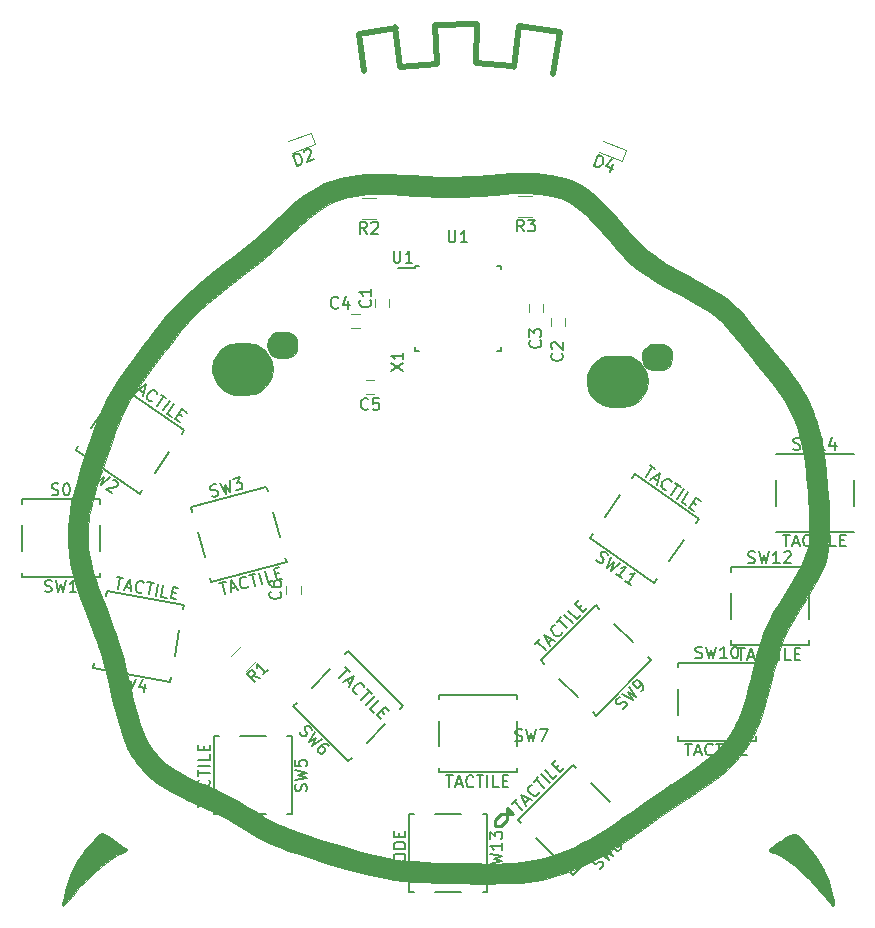
<source format=gto>
G04 #@! TF.FileFunction,Legend,Top*
%FSLAX46Y46*%
G04 Gerber Fmt 4.6, Leading zero omitted, Abs format (unit mm)*
G04 Created by KiCad (PCBNEW 4.0.7-e2-6376~58~ubuntu16.04.1) date Tue Oct 31 02:22:27 2017*
%MOMM*%
%LPD*%
G01*
G04 APERTURE LIST*
%ADD10C,0.100000*%
%ADD11C,0.254000*%
%ADD12C,0.500000*%
%ADD13C,0.010000*%
%ADD14C,0.120000*%
%ADD15C,0.150000*%
G04 APERTURE END LIST*
D10*
D11*
X4345443Y-23181540D02*
X4853443Y-22673540D01*
X3837443Y-23181540D02*
X4345443Y-23181540D01*
X4853443Y-22165540D02*
X4853443Y-22673540D01*
X5361443Y-22165540D02*
X4853443Y-22165540D01*
X4853443Y-21657540D02*
X5361443Y-22165540D01*
X4853443Y-22165540D02*
X4853443Y-21657540D01*
X4345443Y-22165540D02*
X4853443Y-22165540D01*
X3837443Y-22673540D02*
X4345443Y-22165540D01*
X3837443Y-23181540D02*
X3837443Y-22673540D01*
D12*
X-4240000Y41085000D02*
X-4605000Y44440000D01*
X-1085000Y41405000D02*
X-1240000Y44635000D01*
X5815000Y44555000D02*
X5430000Y41105000D01*
X9310000Y44010000D02*
X5815000Y44555000D01*
X-7720000Y43900000D02*
X-7275000Y40715000D01*
X-4595000Y44400000D02*
X-7720000Y43900000D01*
X-1105000Y41370000D02*
X-4235000Y41115000D01*
X2280000Y44680000D02*
X-1240000Y44625000D01*
X2225000Y41385000D02*
X2280000Y44680000D01*
X5300000Y41160000D02*
X2225000Y41385000D01*
X8765000Y40490000D02*
X9320000Y44010000D01*
D13*
G36*
X-29336527Y-23807123D02*
X-29104535Y-23941632D01*
X-28795761Y-24136443D01*
X-28445577Y-24367526D01*
X-28089358Y-24610850D01*
X-27762473Y-24842385D01*
X-27500297Y-25038101D01*
X-27338201Y-25173967D01*
X-27303194Y-25219715D01*
X-27381842Y-25310139D01*
X-27580586Y-25413942D01*
X-27653668Y-25441634D01*
X-28172898Y-25680484D01*
X-28769371Y-26052010D01*
X-29415484Y-26532659D01*
X-30083631Y-27098879D01*
X-30746209Y-27727120D01*
X-31375615Y-28393829D01*
X-31944243Y-29075454D01*
X-32004594Y-29153866D01*
X-32331880Y-29568380D01*
X-32567486Y-29828675D01*
X-32720450Y-29939453D01*
X-32799809Y-29905415D01*
X-32814602Y-29731264D01*
X-32796892Y-29566021D01*
X-32532323Y-28361094D01*
X-32084604Y-27176044D01*
X-31458579Y-26023152D01*
X-31307374Y-25789967D01*
X-31068624Y-25457436D01*
X-30777493Y-25089940D01*
X-30460849Y-24716990D01*
X-30145559Y-24368096D01*
X-29858491Y-24072767D01*
X-29626513Y-23860512D01*
X-29476492Y-23760843D01*
X-29456366Y-23756947D01*
X-29336527Y-23807123D01*
X-29336527Y-23807123D01*
G37*
X-29336527Y-23807123D02*
X-29104535Y-23941632D01*
X-28795761Y-24136443D01*
X-28445577Y-24367526D01*
X-28089358Y-24610850D01*
X-27762473Y-24842385D01*
X-27500297Y-25038101D01*
X-27338201Y-25173967D01*
X-27303194Y-25219715D01*
X-27381842Y-25310139D01*
X-27580586Y-25413942D01*
X-27653668Y-25441634D01*
X-28172898Y-25680484D01*
X-28769371Y-26052010D01*
X-29415484Y-26532659D01*
X-30083631Y-27098879D01*
X-30746209Y-27727120D01*
X-31375615Y-28393829D01*
X-31944243Y-29075454D01*
X-32004594Y-29153866D01*
X-32331880Y-29568380D01*
X-32567486Y-29828675D01*
X-32720450Y-29939453D01*
X-32799809Y-29905415D01*
X-32814602Y-29731264D01*
X-32796892Y-29566021D01*
X-32532323Y-28361094D01*
X-32084604Y-27176044D01*
X-31458579Y-26023152D01*
X-31307374Y-25789967D01*
X-31068624Y-25457436D01*
X-30777493Y-25089940D01*
X-30460849Y-24716990D01*
X-30145559Y-24368096D01*
X-29858491Y-24072767D01*
X-29626513Y-23860512D01*
X-29476492Y-23760843D01*
X-29456366Y-23756947D01*
X-29336527Y-23807123D01*
G36*
X29306275Y-23861472D02*
X29518754Y-23994942D01*
X29765952Y-24244691D01*
X30065355Y-24589140D01*
X30896459Y-25661399D01*
X31565462Y-26754598D01*
X32065472Y-27854814D01*
X32389601Y-28948123D01*
X32481440Y-29471947D01*
X32503986Y-29792954D01*
X32460093Y-29945454D01*
X32345965Y-29929145D01*
X32157806Y-29743728D01*
X31918740Y-29427345D01*
X31719899Y-29171011D01*
X31421834Y-28819517D01*
X31058121Y-28410981D01*
X30662338Y-27983524D01*
X30463708Y-27775436D01*
X29833053Y-27157369D01*
X29199502Y-26601820D01*
X28589205Y-26128444D01*
X28028310Y-25756896D01*
X27542966Y-25506833D01*
X27355206Y-25438884D01*
X27123064Y-25346932D01*
X26992655Y-25251745D01*
X26982155Y-25223723D01*
X27057427Y-25136577D01*
X27261909Y-24970260D01*
X27566303Y-24746969D01*
X27941311Y-24488897D01*
X28030079Y-24429857D01*
X28490416Y-24128474D01*
X28830779Y-23931265D01*
X29089841Y-23841256D01*
X29306275Y-23861472D01*
X29306275Y-23861472D01*
G37*
X29306275Y-23861472D02*
X29518754Y-23994942D01*
X29765952Y-24244691D01*
X30065355Y-24589140D01*
X30896459Y-25661399D01*
X31565462Y-26754598D01*
X32065472Y-27854814D01*
X32389601Y-28948123D01*
X32481440Y-29471947D01*
X32503986Y-29792954D01*
X32460093Y-29945454D01*
X32345965Y-29929145D01*
X32157806Y-29743728D01*
X31918740Y-29427345D01*
X31719899Y-29171011D01*
X31421834Y-28819517D01*
X31058121Y-28410981D01*
X30662338Y-27983524D01*
X30463708Y-27775436D01*
X29833053Y-27157369D01*
X29199502Y-26601820D01*
X28589205Y-26128444D01*
X28028310Y-25756896D01*
X27542966Y-25506833D01*
X27355206Y-25438884D01*
X27123064Y-25346932D01*
X26992655Y-25251745D01*
X26982155Y-25223723D01*
X27057427Y-25136577D01*
X27261909Y-24970260D01*
X27566303Y-24746969D01*
X27941311Y-24488897D01*
X28030079Y-24429857D01*
X28490416Y-24128474D01*
X28830779Y-23931265D01*
X29089841Y-23841256D01*
X29306275Y-23861472D01*
G36*
X6921772Y32098732D02*
X7378347Y32073647D01*
X7770184Y32035924D01*
X8599732Y31920481D01*
X9341199Y31770365D01*
X10016190Y31572099D01*
X10646312Y31312202D01*
X11253170Y30977199D01*
X11858371Y30553609D01*
X12483520Y30027956D01*
X13150224Y29386760D01*
X13880089Y28616545D01*
X14670735Y27731250D01*
X15264214Y27059438D01*
X15782295Y26493097D01*
X16252005Y26011346D01*
X16700372Y25593301D01*
X17154423Y25218081D01*
X17641186Y24864804D01*
X18187688Y24512587D01*
X18820958Y24140547D01*
X19568023Y23727803D01*
X20455910Y23253472D01*
X20488740Y23236096D01*
X21467389Y22704811D01*
X22295697Y22222462D01*
X22998780Y21770054D01*
X23601752Y21328593D01*
X24129730Y20879085D01*
X24607829Y20402534D01*
X25061164Y19879946D01*
X25263593Y19624940D01*
X25534995Y19281004D01*
X25893671Y18835410D01*
X26305416Y18330175D01*
X26736023Y17807316D01*
X27074545Y17400460D01*
X27847382Y16465910D01*
X28503483Y15646258D01*
X29056257Y14920525D01*
X29519111Y14267735D01*
X29905454Y13666908D01*
X30228693Y13097067D01*
X30502236Y12537234D01*
X30739493Y11966430D01*
X30953869Y11363678D01*
X30976105Y11296128D01*
X31254620Y10346608D01*
X31489684Y9326478D01*
X31684740Y8212777D01*
X31843229Y6982544D01*
X31968594Y5612818D01*
X32064277Y4080636D01*
X32067512Y4016123D01*
X32114436Y2902258D01*
X32130320Y1943334D01*
X32107081Y1107549D01*
X32036634Y363104D01*
X31910895Y-321805D01*
X31721781Y-978977D01*
X31461208Y-1640214D01*
X31121091Y-2337318D01*
X30693346Y-3102090D01*
X30169891Y-3966330D01*
X29948158Y-4321142D01*
X29482460Y-5064818D01*
X29098381Y-5691158D01*
X28782662Y-6231785D01*
X28522046Y-6718322D01*
X28303275Y-7182392D01*
X28113092Y-7655618D01*
X27938239Y-8169622D01*
X27765458Y-8756027D01*
X27581491Y-9446457D01*
X27373082Y-10272533D01*
X27257187Y-10739780D01*
X27011899Y-11712914D01*
X26794703Y-12530511D01*
X26596056Y-13221380D01*
X26406418Y-13814329D01*
X26216244Y-14338166D01*
X26015993Y-14821699D01*
X25796122Y-15293739D01*
X25656413Y-15572503D01*
X25240880Y-16312057D01*
X24772126Y-16999405D01*
X24230910Y-17653421D01*
X23597992Y-18292984D01*
X22854132Y-18936968D01*
X21980091Y-19604250D01*
X20956628Y-20313707D01*
X20552213Y-20580260D01*
X19910591Y-21003614D01*
X19174544Y-21497832D01*
X18402048Y-22023447D01*
X17651080Y-22540988D01*
X16979618Y-23010990D01*
X16930361Y-23045858D01*
X16340584Y-23461424D01*
X15735334Y-23883750D01*
X15153202Y-24286204D01*
X14632779Y-24642154D01*
X14212655Y-24924967D01*
X14091703Y-25004857D01*
X13355784Y-25458541D01*
X12532123Y-25917693D01*
X11670515Y-26357748D01*
X10820759Y-26754139D01*
X10032650Y-27082302D01*
X9484062Y-27277899D01*
X8909456Y-27453935D01*
X8349816Y-27605099D01*
X7787566Y-27732563D01*
X7205131Y-27837498D01*
X6584932Y-27921078D01*
X5909394Y-27984474D01*
X5160939Y-28028859D01*
X4321992Y-28055405D01*
X3374976Y-28065285D01*
X2302314Y-28059670D01*
X1086429Y-28039732D01*
X-290254Y-28006645D01*
X-1101260Y-27983882D01*
X-2142977Y-27947030D01*
X-3074826Y-27897327D01*
X-3927968Y-27829195D01*
X-4733566Y-27737056D01*
X-5522782Y-27615333D01*
X-6326777Y-27458448D01*
X-7176715Y-27260825D01*
X-8103757Y-27016885D01*
X-9139064Y-26721052D01*
X-10313800Y-26367747D01*
X-10570033Y-26289142D01*
X-11765777Y-25915806D01*
X-12801398Y-25578954D01*
X-13699257Y-25269248D01*
X-14481714Y-24977349D01*
X-15171130Y-24693919D01*
X-15789865Y-24409619D01*
X-16360280Y-24115111D01*
X-16904734Y-23801056D01*
X-17445588Y-23458115D01*
X-17608200Y-23349742D01*
X-18030292Y-23071145D01*
X-18425019Y-22825093D01*
X-18824742Y-22594535D01*
X-19261824Y-22362421D01*
X-19768625Y-22111701D01*
X-20377507Y-21825322D01*
X-21120833Y-21486236D01*
X-21289787Y-21410004D01*
X-22235394Y-20976032D01*
X-23028743Y-20592391D01*
X-23694130Y-20244391D01*
X-24255855Y-19917345D01*
X-24738214Y-19596563D01*
X-25165506Y-19267355D01*
X-25562027Y-18915035D01*
X-25795705Y-18686006D01*
X-26150738Y-18307196D01*
X-26490075Y-17910557D01*
X-26770222Y-17548787D01*
X-26920688Y-17322976D01*
X-27316248Y-16551355D01*
X-27696763Y-15616382D01*
X-28053323Y-14542751D01*
X-28377018Y-13355159D01*
X-28427014Y-13148437D01*
X-28672376Y-12114727D01*
X-28880588Y-11239560D01*
X-29058999Y-10498673D01*
X-29214960Y-9867799D01*
X-29355821Y-9322675D01*
X-29488933Y-8839034D01*
X-29621646Y-8392611D01*
X-29761311Y-7959142D01*
X-29915278Y-7514360D01*
X-30090898Y-7034002D01*
X-30295521Y-6493801D01*
X-30536498Y-5869492D01*
X-30821179Y-5136811D01*
X-30969889Y-4753984D01*
X-31392123Y-3622324D01*
X-31726815Y-2620744D01*
X-31981886Y-1717197D01*
X-32165261Y-879634D01*
X-32284861Y-76006D01*
X-32348610Y725736D01*
X-32353676Y843423D01*
X-32361658Y1322074D01*
X-30632313Y1322074D01*
X-30632273Y1313794D01*
X-30625752Y732172D01*
X-30608171Y281577D01*
X-30572604Y-95066D01*
X-30512125Y-454833D01*
X-30419808Y-854799D01*
X-30325211Y-1216605D01*
X-30179112Y-1716913D01*
X-29983183Y-2325100D01*
X-29759649Y-2975242D01*
X-29530733Y-3601412D01*
X-29453090Y-3803642D01*
X-29071582Y-4784694D01*
X-28750615Y-5618195D01*
X-28481501Y-6331541D01*
X-28255552Y-6952127D01*
X-28064079Y-7507352D01*
X-27898394Y-8024612D01*
X-27749808Y-8531302D01*
X-27609634Y-9054821D01*
X-27469183Y-9622564D01*
X-27319767Y-10261928D01*
X-27152697Y-11000310D01*
X-27109100Y-11194888D01*
X-26807583Y-12487281D01*
X-26513029Y-13611045D01*
X-26211864Y-14584577D01*
X-25890515Y-15426272D01*
X-25535411Y-16154525D01*
X-25132978Y-16787732D01*
X-24669644Y-17344290D01*
X-24131837Y-17842593D01*
X-23505982Y-18301037D01*
X-22778509Y-18738018D01*
X-21935843Y-19171931D01*
X-20964413Y-19621173D01*
X-20856816Y-19668909D01*
X-19911919Y-20093504D01*
X-19110195Y-20469903D01*
X-18418426Y-20815378D01*
X-17803394Y-21147201D01*
X-17231881Y-21482644D01*
X-16670669Y-21838979D01*
X-16623482Y-21870054D01*
X-16117472Y-22196708D01*
X-15639794Y-22486057D01*
X-15167380Y-22747707D01*
X-14677160Y-22991263D01*
X-14146066Y-23226334D01*
X-13551028Y-23462524D01*
X-12868979Y-23709442D01*
X-12076848Y-23976693D01*
X-11151567Y-24273884D01*
X-10070067Y-24610621D01*
X-9963644Y-24643391D01*
X-8792950Y-24998910D01*
X-7768965Y-25297216D01*
X-6860991Y-25543761D01*
X-6038333Y-25743996D01*
X-5270292Y-25903373D01*
X-4526172Y-26027344D01*
X-3775276Y-26121361D01*
X-2986907Y-26190876D01*
X-2130367Y-26241339D01*
X-1174960Y-26278204D01*
X-677927Y-26292518D01*
X479410Y-26322091D01*
X1468911Y-26344655D01*
X2310757Y-26360220D01*
X3025128Y-26368797D01*
X3632207Y-26370395D01*
X4152173Y-26365024D01*
X4605209Y-26352694D01*
X5011494Y-26333415D01*
X5391211Y-26307197D01*
X5530962Y-26295570D01*
X6647331Y-26169999D01*
X7644226Y-25989450D01*
X8584904Y-25736627D01*
X9532626Y-25394238D01*
X10550647Y-24944987D01*
X10657999Y-24893879D01*
X11290039Y-24580283D01*
X11897763Y-24253496D01*
X12511723Y-23894550D01*
X13162471Y-23484479D01*
X13880559Y-23004315D01*
X14696538Y-22435091D01*
X15217335Y-22063387D01*
X15826479Y-21632404D01*
X16538337Y-21139357D01*
X17296538Y-20622633D01*
X18044710Y-20120618D01*
X18726478Y-19671701D01*
X18793243Y-19628348D01*
X19825889Y-18947255D01*
X20708493Y-18336994D01*
X21458029Y-17781763D01*
X22091471Y-17265758D01*
X22625792Y-16773178D01*
X23077967Y-16288220D01*
X23464970Y-15795081D01*
X23803774Y-15277959D01*
X24111353Y-14721052D01*
X24153295Y-14638198D01*
X24358104Y-14212360D01*
X24542075Y-13786865D01*
X24714581Y-13332893D01*
X24884998Y-12821625D01*
X25062697Y-12224243D01*
X25257054Y-11511926D01*
X25477441Y-10655856D01*
X25574403Y-10269054D01*
X25816600Y-9306232D01*
X26028713Y-8495748D01*
X26223581Y-7806755D01*
X26414046Y-7208406D01*
X26612948Y-6669852D01*
X26833130Y-6160247D01*
X27087431Y-5648742D01*
X27388692Y-5104490D01*
X27749755Y-4496644D01*
X28183461Y-3794356D01*
X28440464Y-3383984D01*
X28965014Y-2532401D01*
X29388230Y-1805236D01*
X29721744Y-1176445D01*
X29977185Y-619981D01*
X30166184Y-109801D01*
X30300371Y380139D01*
X30391376Y875886D01*
X30412237Y1031572D01*
X30428354Y1310603D01*
X30430466Y1744562D01*
X30420143Y2300874D01*
X30398956Y2946963D01*
X30368474Y3650256D01*
X30330268Y4378176D01*
X30285908Y5098150D01*
X30236964Y5777603D01*
X30185006Y6383958D01*
X30131605Y6884643D01*
X30129144Y6904563D01*
X29946024Y8136498D01*
X29715600Y9289111D01*
X29444915Y10334916D01*
X29141015Y11246430D01*
X28837454Y11944164D01*
X28444647Y12646487D01*
X27931547Y13427831D01*
X27289387Y14300713D01*
X26509396Y15277648D01*
X26459629Y15337905D01*
X26030194Y15859659D01*
X25567288Y16426595D01*
X25115008Y16984425D01*
X24717450Y17478858D01*
X24555077Y17682683D01*
X23998199Y18369182D01*
X23494305Y18948423D01*
X23012653Y19445258D01*
X22522502Y19884539D01*
X21993109Y20291119D01*
X21393733Y20689850D01*
X20693632Y21105584D01*
X19862065Y21563175D01*
X19547999Y21730547D01*
X18986027Y22031375D01*
X18416738Y22341539D01*
X17886962Y22635151D01*
X17443527Y22886324D01*
X17204209Y23026235D01*
X16827867Y23268404D01*
X16395781Y23573576D01*
X15943494Y23913580D01*
X15506549Y24260247D01*
X15120489Y24585406D01*
X14820857Y24860887D01*
X14647300Y25052758D01*
X14499870Y25237982D01*
X14248986Y25533295D01*
X13919462Y25911143D01*
X13536115Y26343970D01*
X13123762Y26804222D01*
X12707219Y27264342D01*
X12311302Y27696776D01*
X11960827Y28073969D01*
X11680611Y28368364D01*
X11495754Y28552144D01*
X10766724Y29161378D01*
X10046995Y29618437D01*
X9287975Y29950166D01*
X8612430Y30145092D01*
X7587504Y30319960D01*
X6432859Y30397376D01*
X5180712Y30375682D01*
X4731332Y30344853D01*
X3661484Y30259311D01*
X2746938Y30190831D01*
X1955681Y30138768D01*
X1255703Y30102481D01*
X614992Y30081324D01*
X1537Y30074654D01*
X-616675Y30081829D01*
X-1271656Y30102203D01*
X-1995415Y30135135D01*
X-2819966Y30179980D01*
X-2988426Y30189665D01*
X-4070567Y30247926D01*
X-4989900Y30286776D01*
X-5770828Y30305588D01*
X-6437749Y30303741D01*
X-7015065Y30280610D01*
X-7527177Y30235571D01*
X-7998485Y30168000D01*
X-8453389Y30077273D01*
X-8585695Y30046549D01*
X-9150805Y29892116D01*
X-9683391Y29700641D01*
X-10203847Y29458419D01*
X-10732566Y29151743D01*
X-11289942Y28766910D01*
X-11896368Y28290212D01*
X-12572238Y27707944D01*
X-13337944Y27006402D01*
X-13895334Y26478179D01*
X-14772420Y25660135D01*
X-15623185Y24914983D01*
X-16510115Y24189988D01*
X-17495698Y23432419D01*
X-17572983Y23374576D01*
X-18691476Y22526058D01*
X-19657387Y21765481D01*
X-20480047Y21084946D01*
X-21168785Y20476557D01*
X-21732929Y19932417D01*
X-22087860Y19552723D01*
X-22365480Y19225903D01*
X-22732760Y18774123D01*
X-23168832Y18224683D01*
X-23652825Y17604883D01*
X-24163872Y16942022D01*
X-24681102Y16263401D01*
X-25183647Y15596318D01*
X-25650637Y14968074D01*
X-26061204Y14405968D01*
X-26394478Y13937301D01*
X-26519764Y13755174D01*
X-26893164Y13187863D01*
X-27213326Y12659915D01*
X-27497878Y12134388D01*
X-27764446Y11574340D01*
X-28030659Y10942829D01*
X-28314143Y10202913D01*
X-28619376Y9354965D01*
X-29037644Y8162736D01*
X-29394731Y7128014D01*
X-29695325Y6232063D01*
X-29944117Y5456149D01*
X-30145795Y4781539D01*
X-30305051Y4189497D01*
X-30426572Y3661291D01*
X-30515050Y3178184D01*
X-30575173Y2721443D01*
X-30611632Y2272334D01*
X-30629115Y1812122D01*
X-30632313Y1322074D01*
X-32361658Y1322074D01*
X-32364647Y1501292D01*
X-32343326Y2156463D01*
X-32285606Y2825419D01*
X-32187381Y3524640D01*
X-32044545Y4270607D01*
X-31852990Y5079799D01*
X-31608611Y5968699D01*
X-31307301Y6953787D01*
X-30944955Y8051543D01*
X-30517464Y9278448D01*
X-30020724Y10650984D01*
X-29681549Y11567868D01*
X-29389341Y12283706D01*
X-29039059Y13008262D01*
X-28617148Y13763609D01*
X-28110050Y14571822D01*
X-27504207Y15454975D01*
X-26786064Y16435142D01*
X-26301639Y17071201D01*
X-25889983Y17605882D01*
X-25458313Y18167442D01*
X-25042544Y18709099D01*
X-24678593Y19184069D01*
X-24459206Y19471057D01*
X-23912454Y20149958D01*
X-23309351Y20823232D01*
X-22633273Y21505935D01*
X-21867598Y22213121D01*
X-20995705Y22959844D01*
X-20000971Y23761160D01*
X-18866774Y24632124D01*
X-18262965Y25083033D01*
X-17453410Y25711743D01*
X-16598725Y26426400D01*
X-15770966Y27165757D01*
X-15392092Y27523256D01*
X-14495637Y28374427D01*
X-13703428Y29096279D01*
X-12996567Y29701741D01*
X-12356155Y30203743D01*
X-11763291Y30615215D01*
X-11199078Y30949087D01*
X-10644615Y31218287D01*
X-10081003Y31435746D01*
X-9489343Y31614393D01*
X-9364410Y31647004D01*
X-8834730Y31771504D01*
X-8311035Y31869888D01*
X-7769912Y31942937D01*
X-7187949Y31991429D01*
X-6541736Y32016142D01*
X-5807859Y32017857D01*
X-4962909Y31997351D01*
X-3983473Y31955403D01*
X-2846139Y31892793D01*
X-2536940Y31874159D01*
X-1743717Y31826774D01*
X-1098065Y31792239D01*
X-559845Y31770599D01*
X-88916Y31761899D01*
X354863Y31766185D01*
X811632Y31783500D01*
X1321531Y31813890D01*
X1924700Y31857399D01*
X2213801Y31879466D01*
X3340485Y31963063D01*
X4301646Y32027030D01*
X5118821Y32071974D01*
X5813543Y32098502D01*
X6407349Y32107219D01*
X6921772Y32098732D01*
X6921772Y32098732D01*
G37*
X6921772Y32098732D02*
X7378347Y32073647D01*
X7770184Y32035924D01*
X8599732Y31920481D01*
X9341199Y31770365D01*
X10016190Y31572099D01*
X10646312Y31312202D01*
X11253170Y30977199D01*
X11858371Y30553609D01*
X12483520Y30027956D01*
X13150224Y29386760D01*
X13880089Y28616545D01*
X14670735Y27731250D01*
X15264214Y27059438D01*
X15782295Y26493097D01*
X16252005Y26011346D01*
X16700372Y25593301D01*
X17154423Y25218081D01*
X17641186Y24864804D01*
X18187688Y24512587D01*
X18820958Y24140547D01*
X19568023Y23727803D01*
X20455910Y23253472D01*
X20488740Y23236096D01*
X21467389Y22704811D01*
X22295697Y22222462D01*
X22998780Y21770054D01*
X23601752Y21328593D01*
X24129730Y20879085D01*
X24607829Y20402534D01*
X25061164Y19879946D01*
X25263593Y19624940D01*
X25534995Y19281004D01*
X25893671Y18835410D01*
X26305416Y18330175D01*
X26736023Y17807316D01*
X27074545Y17400460D01*
X27847382Y16465910D01*
X28503483Y15646258D01*
X29056257Y14920525D01*
X29519111Y14267735D01*
X29905454Y13666908D01*
X30228693Y13097067D01*
X30502236Y12537234D01*
X30739493Y11966430D01*
X30953869Y11363678D01*
X30976105Y11296128D01*
X31254620Y10346608D01*
X31489684Y9326478D01*
X31684740Y8212777D01*
X31843229Y6982544D01*
X31968594Y5612818D01*
X32064277Y4080636D01*
X32067512Y4016123D01*
X32114436Y2902258D01*
X32130320Y1943334D01*
X32107081Y1107549D01*
X32036634Y363104D01*
X31910895Y-321805D01*
X31721781Y-978977D01*
X31461208Y-1640214D01*
X31121091Y-2337318D01*
X30693346Y-3102090D01*
X30169891Y-3966330D01*
X29948158Y-4321142D01*
X29482460Y-5064818D01*
X29098381Y-5691158D01*
X28782662Y-6231785D01*
X28522046Y-6718322D01*
X28303275Y-7182392D01*
X28113092Y-7655618D01*
X27938239Y-8169622D01*
X27765458Y-8756027D01*
X27581491Y-9446457D01*
X27373082Y-10272533D01*
X27257187Y-10739780D01*
X27011899Y-11712914D01*
X26794703Y-12530511D01*
X26596056Y-13221380D01*
X26406418Y-13814329D01*
X26216244Y-14338166D01*
X26015993Y-14821699D01*
X25796122Y-15293739D01*
X25656413Y-15572503D01*
X25240880Y-16312057D01*
X24772126Y-16999405D01*
X24230910Y-17653421D01*
X23597992Y-18292984D01*
X22854132Y-18936968D01*
X21980091Y-19604250D01*
X20956628Y-20313707D01*
X20552213Y-20580260D01*
X19910591Y-21003614D01*
X19174544Y-21497832D01*
X18402048Y-22023447D01*
X17651080Y-22540988D01*
X16979618Y-23010990D01*
X16930361Y-23045858D01*
X16340584Y-23461424D01*
X15735334Y-23883750D01*
X15153202Y-24286204D01*
X14632779Y-24642154D01*
X14212655Y-24924967D01*
X14091703Y-25004857D01*
X13355784Y-25458541D01*
X12532123Y-25917693D01*
X11670515Y-26357748D01*
X10820759Y-26754139D01*
X10032650Y-27082302D01*
X9484062Y-27277899D01*
X8909456Y-27453935D01*
X8349816Y-27605099D01*
X7787566Y-27732563D01*
X7205131Y-27837498D01*
X6584932Y-27921078D01*
X5909394Y-27984474D01*
X5160939Y-28028859D01*
X4321992Y-28055405D01*
X3374976Y-28065285D01*
X2302314Y-28059670D01*
X1086429Y-28039732D01*
X-290254Y-28006645D01*
X-1101260Y-27983882D01*
X-2142977Y-27947030D01*
X-3074826Y-27897327D01*
X-3927968Y-27829195D01*
X-4733566Y-27737056D01*
X-5522782Y-27615333D01*
X-6326777Y-27458448D01*
X-7176715Y-27260825D01*
X-8103757Y-27016885D01*
X-9139064Y-26721052D01*
X-10313800Y-26367747D01*
X-10570033Y-26289142D01*
X-11765777Y-25915806D01*
X-12801398Y-25578954D01*
X-13699257Y-25269248D01*
X-14481714Y-24977349D01*
X-15171130Y-24693919D01*
X-15789865Y-24409619D01*
X-16360280Y-24115111D01*
X-16904734Y-23801056D01*
X-17445588Y-23458115D01*
X-17608200Y-23349742D01*
X-18030292Y-23071145D01*
X-18425019Y-22825093D01*
X-18824742Y-22594535D01*
X-19261824Y-22362421D01*
X-19768625Y-22111701D01*
X-20377507Y-21825322D01*
X-21120833Y-21486236D01*
X-21289787Y-21410004D01*
X-22235394Y-20976032D01*
X-23028743Y-20592391D01*
X-23694130Y-20244391D01*
X-24255855Y-19917345D01*
X-24738214Y-19596563D01*
X-25165506Y-19267355D01*
X-25562027Y-18915035D01*
X-25795705Y-18686006D01*
X-26150738Y-18307196D01*
X-26490075Y-17910557D01*
X-26770222Y-17548787D01*
X-26920688Y-17322976D01*
X-27316248Y-16551355D01*
X-27696763Y-15616382D01*
X-28053323Y-14542751D01*
X-28377018Y-13355159D01*
X-28427014Y-13148437D01*
X-28672376Y-12114727D01*
X-28880588Y-11239560D01*
X-29058999Y-10498673D01*
X-29214960Y-9867799D01*
X-29355821Y-9322675D01*
X-29488933Y-8839034D01*
X-29621646Y-8392611D01*
X-29761311Y-7959142D01*
X-29915278Y-7514360D01*
X-30090898Y-7034002D01*
X-30295521Y-6493801D01*
X-30536498Y-5869492D01*
X-30821179Y-5136811D01*
X-30969889Y-4753984D01*
X-31392123Y-3622324D01*
X-31726815Y-2620744D01*
X-31981886Y-1717197D01*
X-32165261Y-879634D01*
X-32284861Y-76006D01*
X-32348610Y725736D01*
X-32353676Y843423D01*
X-32361658Y1322074D01*
X-30632313Y1322074D01*
X-30632273Y1313794D01*
X-30625752Y732172D01*
X-30608171Y281577D01*
X-30572604Y-95066D01*
X-30512125Y-454833D01*
X-30419808Y-854799D01*
X-30325211Y-1216605D01*
X-30179112Y-1716913D01*
X-29983183Y-2325100D01*
X-29759649Y-2975242D01*
X-29530733Y-3601412D01*
X-29453090Y-3803642D01*
X-29071582Y-4784694D01*
X-28750615Y-5618195D01*
X-28481501Y-6331541D01*
X-28255552Y-6952127D01*
X-28064079Y-7507352D01*
X-27898394Y-8024612D01*
X-27749808Y-8531302D01*
X-27609634Y-9054821D01*
X-27469183Y-9622564D01*
X-27319767Y-10261928D01*
X-27152697Y-11000310D01*
X-27109100Y-11194888D01*
X-26807583Y-12487281D01*
X-26513029Y-13611045D01*
X-26211864Y-14584577D01*
X-25890515Y-15426272D01*
X-25535411Y-16154525D01*
X-25132978Y-16787732D01*
X-24669644Y-17344290D01*
X-24131837Y-17842593D01*
X-23505982Y-18301037D01*
X-22778509Y-18738018D01*
X-21935843Y-19171931D01*
X-20964413Y-19621173D01*
X-20856816Y-19668909D01*
X-19911919Y-20093504D01*
X-19110195Y-20469903D01*
X-18418426Y-20815378D01*
X-17803394Y-21147201D01*
X-17231881Y-21482644D01*
X-16670669Y-21838979D01*
X-16623482Y-21870054D01*
X-16117472Y-22196708D01*
X-15639794Y-22486057D01*
X-15167380Y-22747707D01*
X-14677160Y-22991263D01*
X-14146066Y-23226334D01*
X-13551028Y-23462524D01*
X-12868979Y-23709442D01*
X-12076848Y-23976693D01*
X-11151567Y-24273884D01*
X-10070067Y-24610621D01*
X-9963644Y-24643391D01*
X-8792950Y-24998910D01*
X-7768965Y-25297216D01*
X-6860991Y-25543761D01*
X-6038333Y-25743996D01*
X-5270292Y-25903373D01*
X-4526172Y-26027344D01*
X-3775276Y-26121361D01*
X-2986907Y-26190876D01*
X-2130367Y-26241339D01*
X-1174960Y-26278204D01*
X-677927Y-26292518D01*
X479410Y-26322091D01*
X1468911Y-26344655D01*
X2310757Y-26360220D01*
X3025128Y-26368797D01*
X3632207Y-26370395D01*
X4152173Y-26365024D01*
X4605209Y-26352694D01*
X5011494Y-26333415D01*
X5391211Y-26307197D01*
X5530962Y-26295570D01*
X6647331Y-26169999D01*
X7644226Y-25989450D01*
X8584904Y-25736627D01*
X9532626Y-25394238D01*
X10550647Y-24944987D01*
X10657999Y-24893879D01*
X11290039Y-24580283D01*
X11897763Y-24253496D01*
X12511723Y-23894550D01*
X13162471Y-23484479D01*
X13880559Y-23004315D01*
X14696538Y-22435091D01*
X15217335Y-22063387D01*
X15826479Y-21632404D01*
X16538337Y-21139357D01*
X17296538Y-20622633D01*
X18044710Y-20120618D01*
X18726478Y-19671701D01*
X18793243Y-19628348D01*
X19825889Y-18947255D01*
X20708493Y-18336994D01*
X21458029Y-17781763D01*
X22091471Y-17265758D01*
X22625792Y-16773178D01*
X23077967Y-16288220D01*
X23464970Y-15795081D01*
X23803774Y-15277959D01*
X24111353Y-14721052D01*
X24153295Y-14638198D01*
X24358104Y-14212360D01*
X24542075Y-13786865D01*
X24714581Y-13332893D01*
X24884998Y-12821625D01*
X25062697Y-12224243D01*
X25257054Y-11511926D01*
X25477441Y-10655856D01*
X25574403Y-10269054D01*
X25816600Y-9306232D01*
X26028713Y-8495748D01*
X26223581Y-7806755D01*
X26414046Y-7208406D01*
X26612948Y-6669852D01*
X26833130Y-6160247D01*
X27087431Y-5648742D01*
X27388692Y-5104490D01*
X27749755Y-4496644D01*
X28183461Y-3794356D01*
X28440464Y-3383984D01*
X28965014Y-2532401D01*
X29388230Y-1805236D01*
X29721744Y-1176445D01*
X29977185Y-619981D01*
X30166184Y-109801D01*
X30300371Y380139D01*
X30391376Y875886D01*
X30412237Y1031572D01*
X30428354Y1310603D01*
X30430466Y1744562D01*
X30420143Y2300874D01*
X30398956Y2946963D01*
X30368474Y3650256D01*
X30330268Y4378176D01*
X30285908Y5098150D01*
X30236964Y5777603D01*
X30185006Y6383958D01*
X30131605Y6884643D01*
X30129144Y6904563D01*
X29946024Y8136498D01*
X29715600Y9289111D01*
X29444915Y10334916D01*
X29141015Y11246430D01*
X28837454Y11944164D01*
X28444647Y12646487D01*
X27931547Y13427831D01*
X27289387Y14300713D01*
X26509396Y15277648D01*
X26459629Y15337905D01*
X26030194Y15859659D01*
X25567288Y16426595D01*
X25115008Y16984425D01*
X24717450Y17478858D01*
X24555077Y17682683D01*
X23998199Y18369182D01*
X23494305Y18948423D01*
X23012653Y19445258D01*
X22522502Y19884539D01*
X21993109Y20291119D01*
X21393733Y20689850D01*
X20693632Y21105584D01*
X19862065Y21563175D01*
X19547999Y21730547D01*
X18986027Y22031375D01*
X18416738Y22341539D01*
X17886962Y22635151D01*
X17443527Y22886324D01*
X17204209Y23026235D01*
X16827867Y23268404D01*
X16395781Y23573576D01*
X15943494Y23913580D01*
X15506549Y24260247D01*
X15120489Y24585406D01*
X14820857Y24860887D01*
X14647300Y25052758D01*
X14499870Y25237982D01*
X14248986Y25533295D01*
X13919462Y25911143D01*
X13536115Y26343970D01*
X13123762Y26804222D01*
X12707219Y27264342D01*
X12311302Y27696776D01*
X11960827Y28073969D01*
X11680611Y28368364D01*
X11495754Y28552144D01*
X10766724Y29161378D01*
X10046995Y29618437D01*
X9287975Y29950166D01*
X8612430Y30145092D01*
X7587504Y30319960D01*
X6432859Y30397376D01*
X5180712Y30375682D01*
X4731332Y30344853D01*
X3661484Y30259311D01*
X2746938Y30190831D01*
X1955681Y30138768D01*
X1255703Y30102481D01*
X614992Y30081324D01*
X1537Y30074654D01*
X-616675Y30081829D01*
X-1271656Y30102203D01*
X-1995415Y30135135D01*
X-2819966Y30179980D01*
X-2988426Y30189665D01*
X-4070567Y30247926D01*
X-4989900Y30286776D01*
X-5770828Y30305588D01*
X-6437749Y30303741D01*
X-7015065Y30280610D01*
X-7527177Y30235571D01*
X-7998485Y30168000D01*
X-8453389Y30077273D01*
X-8585695Y30046549D01*
X-9150805Y29892116D01*
X-9683391Y29700641D01*
X-10203847Y29458419D01*
X-10732566Y29151743D01*
X-11289942Y28766910D01*
X-11896368Y28290212D01*
X-12572238Y27707944D01*
X-13337944Y27006402D01*
X-13895334Y26478179D01*
X-14772420Y25660135D01*
X-15623185Y24914983D01*
X-16510115Y24189988D01*
X-17495698Y23432419D01*
X-17572983Y23374576D01*
X-18691476Y22526058D01*
X-19657387Y21765481D01*
X-20480047Y21084946D01*
X-21168785Y20476557D01*
X-21732929Y19932417D01*
X-22087860Y19552723D01*
X-22365480Y19225903D01*
X-22732760Y18774123D01*
X-23168832Y18224683D01*
X-23652825Y17604883D01*
X-24163872Y16942022D01*
X-24681102Y16263401D01*
X-25183647Y15596318D01*
X-25650637Y14968074D01*
X-26061204Y14405968D01*
X-26394478Y13937301D01*
X-26519764Y13755174D01*
X-26893164Y13187863D01*
X-27213326Y12659915D01*
X-27497878Y12134388D01*
X-27764446Y11574340D01*
X-28030659Y10942829D01*
X-28314143Y10202913D01*
X-28619376Y9354965D01*
X-29037644Y8162736D01*
X-29394731Y7128014D01*
X-29695325Y6232063D01*
X-29944117Y5456149D01*
X-30145795Y4781539D01*
X-30305051Y4189497D01*
X-30426572Y3661291D01*
X-30515050Y3178184D01*
X-30575173Y2721443D01*
X-30611632Y2272334D01*
X-30629115Y1812122D01*
X-30632313Y1322074D01*
X-32361658Y1322074D01*
X-32364647Y1501292D01*
X-32343326Y2156463D01*
X-32285606Y2825419D01*
X-32187381Y3524640D01*
X-32044545Y4270607D01*
X-31852990Y5079799D01*
X-31608611Y5968699D01*
X-31307301Y6953787D01*
X-30944955Y8051543D01*
X-30517464Y9278448D01*
X-30020724Y10650984D01*
X-29681549Y11567868D01*
X-29389341Y12283706D01*
X-29039059Y13008262D01*
X-28617148Y13763609D01*
X-28110050Y14571822D01*
X-27504207Y15454975D01*
X-26786064Y16435142D01*
X-26301639Y17071201D01*
X-25889983Y17605882D01*
X-25458313Y18167442D01*
X-25042544Y18709099D01*
X-24678593Y19184069D01*
X-24459206Y19471057D01*
X-23912454Y20149958D01*
X-23309351Y20823232D01*
X-22633273Y21505935D01*
X-21867598Y22213121D01*
X-20995705Y22959844D01*
X-20000971Y23761160D01*
X-18866774Y24632124D01*
X-18262965Y25083033D01*
X-17453410Y25711743D01*
X-16598725Y26426400D01*
X-15770966Y27165757D01*
X-15392092Y27523256D01*
X-14495637Y28374427D01*
X-13703428Y29096279D01*
X-12996567Y29701741D01*
X-12356155Y30203743D01*
X-11763291Y30615215D01*
X-11199078Y30949087D01*
X-10644615Y31218287D01*
X-10081003Y31435746D01*
X-9489343Y31614393D01*
X-9364410Y31647004D01*
X-8834730Y31771504D01*
X-8311035Y31869888D01*
X-7769912Y31942937D01*
X-7187949Y31991429D01*
X-6541736Y32016142D01*
X-5807859Y32017857D01*
X-4962909Y31997351D01*
X-3983473Y31955403D01*
X-2846139Y31892793D01*
X-2536940Y31874159D01*
X-1743717Y31826774D01*
X-1098065Y31792239D01*
X-559845Y31770599D01*
X-88916Y31761899D01*
X354863Y31766185D01*
X811632Y31783500D01*
X1321531Y31813890D01*
X1924700Y31857399D01*
X2213801Y31879466D01*
X3340485Y31963063D01*
X4301646Y32027030D01*
X5118821Y32071974D01*
X5813543Y32098502D01*
X6407349Y32107219D01*
X6921772Y32098732D01*
G36*
X14622831Y16642584D02*
X14966675Y16622116D01*
X15217994Y16579537D01*
X15424507Y16507919D01*
X15558758Y16441744D01*
X16069002Y16071967D01*
X16439272Y15602907D01*
X16664914Y15065998D01*
X16741276Y14492675D01*
X16663704Y13914374D01*
X16427547Y13362531D01*
X16080154Y12919046D01*
X15765576Y12642422D01*
X15443143Y12454833D01*
X15066298Y12341196D01*
X14588485Y12286429D01*
X14091703Y12274867D01*
X13631291Y12287379D01*
X13286839Y12332705D01*
X12987260Y12423327D01*
X12809189Y12500101D01*
X12348601Y12809255D01*
X11976916Y13243465D01*
X11715313Y13758462D01*
X11584972Y14309976D01*
X11607070Y14853736D01*
X11632315Y14960101D01*
X11841202Y15468210D01*
X12158680Y15938850D01*
X12538818Y16309362D01*
X12699954Y16416542D01*
X12900358Y16520526D01*
X13097546Y16587921D01*
X13339589Y16626457D01*
X13674557Y16643863D01*
X14138740Y16647868D01*
X14622831Y16642584D01*
X14622831Y16642584D01*
G37*
X14622831Y16642584D02*
X14966675Y16622116D01*
X15217994Y16579537D01*
X15424507Y16507919D01*
X15558758Y16441744D01*
X16069002Y16071967D01*
X16439272Y15602907D01*
X16664914Y15065998D01*
X16741276Y14492675D01*
X16663704Y13914374D01*
X16427547Y13362531D01*
X16080154Y12919046D01*
X15765576Y12642422D01*
X15443143Y12454833D01*
X15066298Y12341196D01*
X14588485Y12286429D01*
X14091703Y12274867D01*
X13631291Y12287379D01*
X13286839Y12332705D01*
X12987260Y12423327D01*
X12809189Y12500101D01*
X12348601Y12809255D01*
X11976916Y13243465D01*
X11715313Y13758462D01*
X11584972Y14309976D01*
X11607070Y14853736D01*
X11632315Y14960101D01*
X11841202Y15468210D01*
X12158680Y15938850D01*
X12538818Y16309362D01*
X12699954Y16416542D01*
X12900358Y16520526D01*
X13097546Y16587921D01*
X13339589Y16626457D01*
X13674557Y16643863D01*
X14138740Y16647868D01*
X14622831Y16642584D01*
G36*
X-17081197Y17677496D02*
X-16738182Y17657247D01*
X-16487215Y17614908D01*
X-16280330Y17543448D01*
X-16138693Y17473746D01*
X-15638865Y17108959D01*
X-15274979Y16641917D01*
X-15051820Y16105267D01*
X-14974171Y15531652D01*
X-15046817Y14953717D01*
X-15274543Y14404107D01*
X-15622809Y13953861D01*
X-15993006Y13640819D01*
X-16349678Y13442150D01*
X-16435334Y13413460D01*
X-16769255Y13356473D01*
X-17216424Y13326563D01*
X-17711119Y13323200D01*
X-18187619Y13345856D01*
X-18580201Y13394002D01*
X-18739183Y13431993D01*
X-19128639Y13637384D01*
X-19502060Y13975419D01*
X-19811431Y14393334D01*
X-20003919Y14821793D01*
X-20114193Y15271468D01*
X-20136771Y15632977D01*
X-20072322Y15984255D01*
X-20015423Y16158872D01*
X-19736575Y16723961D01*
X-19352305Y17188602D01*
X-18997560Y17454420D01*
X-18798776Y17557158D01*
X-18601261Y17623724D01*
X-18357111Y17661747D01*
X-18018425Y17678854D01*
X-17564223Y17682683D01*
X-17081197Y17677496D01*
X-17081197Y17677496D01*
G37*
X-17081197Y17677496D02*
X-16738182Y17657247D01*
X-16487215Y17614908D01*
X-16280330Y17543448D01*
X-16138693Y17473746D01*
X-15638865Y17108959D01*
X-15274979Y16641917D01*
X-15051820Y16105267D01*
X-14974171Y15531652D01*
X-15046817Y14953717D01*
X-15274543Y14404107D01*
X-15622809Y13953861D01*
X-15993006Y13640819D01*
X-16349678Y13442150D01*
X-16435334Y13413460D01*
X-16769255Y13356473D01*
X-17216424Y13326563D01*
X-17711119Y13323200D01*
X-18187619Y13345856D01*
X-18580201Y13394002D01*
X-18739183Y13431993D01*
X-19128639Y13637384D01*
X-19502060Y13975419D01*
X-19811431Y14393334D01*
X-20003919Y14821793D01*
X-20114193Y15271468D01*
X-20136771Y15632977D01*
X-20072322Y15984255D01*
X-20015423Y16158872D01*
X-19736575Y16723961D01*
X-19352305Y17188602D01*
X-18997560Y17454420D01*
X-18798776Y17557158D01*
X-18601261Y17623724D01*
X-18357111Y17661747D01*
X-18018425Y17678854D01*
X-17564223Y17682683D01*
X-17081197Y17677496D01*
G36*
X18032711Y17585849D02*
X18424371Y17433275D01*
X18680899Y17170118D01*
X18786962Y16917197D01*
X18842614Y16441953D01*
X18747470Y16020035D01*
X18514446Y15686519D01*
X18273682Y15523235D01*
X17945830Y15428258D01*
X17533840Y15387966D01*
X17128973Y15405781D01*
X16856363Y15470067D01*
X16539711Y15694476D01*
X16333245Y16050453D01*
X16255575Y16505205D01*
X16255406Y16528851D01*
X16274723Y16841463D01*
X16358195Y17061901D01*
X16544103Y17284348D01*
X16575258Y17315794D01*
X16768133Y17492721D01*
X16942375Y17588661D01*
X17168095Y17628036D01*
X17492481Y17635294D01*
X18032711Y17585849D01*
X18032711Y17585849D01*
G37*
X18032711Y17585849D02*
X18424371Y17433275D01*
X18680899Y17170118D01*
X18786962Y16917197D01*
X18842614Y16441953D01*
X18747470Y16020035D01*
X18514446Y15686519D01*
X18273682Y15523235D01*
X17945830Y15428258D01*
X17533840Y15387966D01*
X17128973Y15405781D01*
X16856363Y15470067D01*
X16539711Y15694476D01*
X16333245Y16050453D01*
X16255575Y16505205D01*
X16255406Y16528851D01*
X16274723Y16841463D01*
X16358195Y17061901D01*
X16544103Y17284348D01*
X16575258Y17315794D01*
X16768133Y17492721D01*
X16942375Y17588661D01*
X17168095Y17628036D01*
X17492481Y17635294D01*
X18032711Y17585849D01*
G36*
X-13690379Y18627180D02*
X-13306271Y18488142D01*
X-13059463Y18239547D01*
X-12933927Y17867599D01*
X-12909648Y17535792D01*
X-12962054Y17081946D01*
X-13134098Y16758712D01*
X-13441690Y16539732D01*
X-13534196Y16500994D01*
X-13821993Y16440566D01*
X-14197766Y16421436D01*
X-14570535Y16443335D01*
X-14846600Y16504882D01*
X-15163252Y16729291D01*
X-15369718Y17085268D01*
X-15447388Y17540020D01*
X-15447557Y17563666D01*
X-15428240Y17876278D01*
X-15344768Y18096715D01*
X-15158860Y18319163D01*
X-15127705Y18350609D01*
X-14931175Y18530065D01*
X-14752885Y18626014D01*
X-14520413Y18664196D01*
X-14227816Y18670460D01*
X-13690379Y18627180D01*
X-13690379Y18627180D01*
G37*
X-13690379Y18627180D02*
X-13306271Y18488142D01*
X-13059463Y18239547D01*
X-12933927Y17867599D01*
X-12909648Y17535792D01*
X-12962054Y17081946D01*
X-13134098Y16758712D01*
X-13441690Y16539732D01*
X-13534196Y16500994D01*
X-13821993Y16440566D01*
X-14197766Y16421436D01*
X-14570535Y16443335D01*
X-14846600Y16504882D01*
X-15163252Y16729291D01*
X-15369718Y17085268D01*
X-15447388Y17540020D01*
X-15447557Y17563666D01*
X-15428240Y17876278D01*
X-15344768Y18096715D01*
X-15158860Y18319163D01*
X-15127705Y18350609D01*
X-14931175Y18530065D01*
X-14752885Y18626014D01*
X-14520413Y18664196D01*
X-14227816Y18670460D01*
X-13690379Y18627180D01*
D14*
X-6380000Y20750000D02*
X-6380000Y21450000D01*
X-5180000Y21450000D02*
X-5180000Y20750000D01*
X8540000Y19150000D02*
X8540000Y19850000D01*
X9740000Y19850000D02*
X9740000Y19150000D01*
X6700000Y20325000D02*
X6700000Y21025000D01*
X7900000Y21025000D02*
X7900000Y20325000D01*
X-8340000Y20155000D02*
X-7640000Y20155000D01*
X-7640000Y18955000D02*
X-8340000Y18955000D01*
X-6400000Y13385000D02*
X-7100000Y13385000D01*
X-7100000Y14585000D02*
X-6400000Y14585000D01*
X-11422390Y34549780D02*
X-11764410Y35489472D01*
X-11764410Y35489472D02*
X-13737764Y34771230D01*
X-11422390Y34549780D02*
X-13395744Y33831538D01*
X14565590Y33125528D02*
X14907610Y34065220D01*
X14907610Y34065220D02*
X12934256Y34783462D01*
X14565590Y33125528D02*
X12592236Y33843770D01*
D15*
X-2960000Y24260000D02*
X-2960000Y24035000D01*
X4290000Y24260000D02*
X4290000Y23935000D01*
X4290000Y17010000D02*
X4290000Y17335000D01*
X-2960000Y17010000D02*
X-2960000Y17335000D01*
X-2960000Y24260000D02*
X-2635000Y24260000D01*
X-2960000Y17010000D02*
X-2635000Y17010000D01*
X4290000Y17010000D02*
X3965000Y17010000D01*
X4290000Y24260000D02*
X3965000Y24260000D01*
X-2960000Y24035000D02*
X-4385000Y24035000D01*
D14*
X-12635000Y-2830000D02*
X-12635000Y-3530000D01*
X-13835000Y-3530000D02*
X-13835000Y-2830000D01*
X-18511518Y-8812010D02*
X-17662990Y-7963482D01*
X-16418482Y-9207990D02*
X-17267010Y-10056518D01*
X-7465000Y29955000D02*
X-6265000Y29955000D01*
X-6265000Y28195000D02*
X-7465000Y28195000D01*
X6940000Y28405000D02*
X5740000Y28405000D01*
X5740000Y30165000D02*
X6940000Y30165000D01*
D15*
X-36250000Y-2125000D02*
X-36250000Y-1725000D01*
X-29650000Y75000D02*
X-29650000Y2275000D01*
X-36250000Y2275000D02*
X-36250000Y75000D01*
X-29650000Y4075000D02*
X-29650000Y4475000D01*
X-29650000Y4475000D02*
X-36250000Y4475000D01*
X-36250000Y4475000D02*
X-36250000Y4075000D01*
X-29650000Y-2125000D02*
X-29650000Y-1725000D01*
X-29650000Y-2125000D02*
X-36250000Y-2125000D01*
X-31676004Y8684600D02*
X-31446573Y9012261D01*
X-25007732Y6701131D02*
X-23745864Y8503265D01*
X-29152268Y12288869D02*
X-30414136Y10486735D01*
X-22713427Y9977739D02*
X-22483996Y10305400D01*
X-22483996Y10305400D02*
X-27890400Y14091004D01*
X-27890400Y14091004D02*
X-28119830Y13763343D01*
X-26269600Y4898996D02*
X-26040170Y5226657D01*
X-26269600Y4898996D02*
X-31676004Y8684600D01*
X-15536548Y5531658D02*
X-15433020Y5145288D01*
X-21342256Y1698416D02*
X-20772854Y-426621D01*
X-14397744Y1281584D02*
X-14967146Y3406621D01*
X-20306980Y-2165288D02*
X-20203452Y-2551658D01*
X-20203452Y-2551658D02*
X-13828342Y-843452D01*
X-13828342Y-843452D02*
X-13931870Y-457082D01*
X-21911658Y3823452D02*
X-21808130Y3437082D01*
X-21911658Y3823452D02*
X-15536548Y5531658D01*
X-30182905Y-9806827D02*
X-30113445Y-9412903D01*
X-23301147Y-8786328D02*
X-22919121Y-6619750D01*
X-29418853Y-5473672D02*
X-29800879Y-7640250D01*
X-22606555Y-4847097D02*
X-22537095Y-4453173D01*
X-22537095Y-4453173D02*
X-29036827Y-3307095D01*
X-29036827Y-3307095D02*
X-29106286Y-3701019D01*
X-23683173Y-10952905D02*
X-23613714Y-10558981D01*
X-23683173Y-10952905D02*
X-30182905Y-9806827D01*
X-13370000Y-22205000D02*
X-13770000Y-22205000D01*
X-15570000Y-15605000D02*
X-17770000Y-15605000D01*
X-17770000Y-22205000D02*
X-15570000Y-22205000D01*
X-19570000Y-15605000D02*
X-19970000Y-15605000D01*
X-19970000Y-15605000D02*
X-19970000Y-22205000D01*
X-19970000Y-22205000D02*
X-19570000Y-22205000D01*
X-13370000Y-15605000D02*
X-13770000Y-15605000D01*
X-13370000Y-15605000D02*
X-13370000Y-22205000D01*
X-13266905Y-13020000D02*
X-12984062Y-12737157D01*
X-7044365Y-16131270D02*
X-5488730Y-14575635D01*
X-10155635Y-9908730D02*
X-11711270Y-11464365D01*
X-4215938Y-13302843D02*
X-3933095Y-13020000D01*
X-3933095Y-13020000D02*
X-8600000Y-8353095D01*
X-8600000Y-8353095D02*
X-8882843Y-8635938D01*
X-8600000Y-17686905D02*
X-8317157Y-17404062D01*
X-8600000Y-17686905D02*
X-13266905Y-13020000D01*
X5645000Y-12055000D02*
X5645000Y-12455000D01*
X-955000Y-14255000D02*
X-955000Y-16455000D01*
X5645000Y-16455000D02*
X5645000Y-14255000D01*
X-955000Y-18255000D02*
X-955000Y-18655000D01*
X-955000Y-18655000D02*
X5645000Y-18655000D01*
X5645000Y-18655000D02*
X5645000Y-18255000D01*
X-955000Y-12055000D02*
X-955000Y-12455000D01*
X-955000Y-12055000D02*
X5645000Y-12055000D01*
X10425000Y-27351905D02*
X10142157Y-27069062D01*
X13536270Y-21129365D02*
X11980635Y-19573730D01*
X7313730Y-24240635D02*
X8869365Y-25796270D01*
X10707843Y-18300938D02*
X10425000Y-18018095D01*
X10425000Y-18018095D02*
X5758095Y-22685000D01*
X5758095Y-22685000D02*
X6040938Y-22967843D01*
X15091905Y-22685000D02*
X14809062Y-22402157D01*
X15091905Y-22685000D02*
X10425000Y-27351905D01*
X12380000Y-13836905D02*
X12097157Y-13554062D01*
X15491270Y-7614365D02*
X13935635Y-6058730D01*
X9268730Y-10725635D02*
X10824365Y-12281270D01*
X12662843Y-4785938D02*
X12380000Y-4503095D01*
X12380000Y-4503095D02*
X7713095Y-9170000D01*
X7713095Y-9170000D02*
X7995938Y-9452843D01*
X17046905Y-9170000D02*
X16764062Y-8887157D01*
X17046905Y-9170000D02*
X12380000Y-13836905D01*
X25900000Y-9350000D02*
X25900000Y-9750000D01*
X19300000Y-11550000D02*
X19300000Y-13750000D01*
X25900000Y-13750000D02*
X25900000Y-11550000D01*
X19300000Y-15550000D02*
X19300000Y-15950000D01*
X19300000Y-15950000D02*
X25900000Y-15950000D01*
X25900000Y-15950000D02*
X25900000Y-15550000D01*
X19300000Y-9350000D02*
X19300000Y-9750000D01*
X19300000Y-9350000D02*
X25900000Y-9350000D01*
X11858996Y1194600D02*
X12088427Y1522261D01*
X18527268Y-788869D02*
X19789136Y1013265D01*
X14382732Y4798869D02*
X13120864Y2996735D01*
X20821573Y2487739D02*
X21051004Y2815400D01*
X21051004Y2815400D02*
X15644600Y6601004D01*
X15644600Y6601004D02*
X15415170Y6273343D01*
X17265400Y-2591004D02*
X17494830Y-2263343D01*
X17265400Y-2591004D02*
X11858996Y1194600D01*
X30370000Y-1280000D02*
X30370000Y-1680000D01*
X23770000Y-3480000D02*
X23770000Y-5680000D01*
X30370000Y-5680000D02*
X30370000Y-3480000D01*
X23770000Y-7480000D02*
X23770000Y-7880000D01*
X23770000Y-7880000D02*
X30370000Y-7880000D01*
X30370000Y-7880000D02*
X30370000Y-7480000D01*
X23770000Y-1280000D02*
X23770000Y-1680000D01*
X23770000Y-1280000D02*
X30370000Y-1280000D01*
X3175000Y-28780000D02*
X2775000Y-28780000D01*
X975000Y-22180000D02*
X-1225000Y-22180000D01*
X-1225000Y-28780000D02*
X975000Y-28780000D01*
X-3025000Y-22180000D02*
X-3425000Y-22180000D01*
X-3425000Y-22180000D02*
X-3425000Y-28780000D01*
X-3425000Y-28780000D02*
X-3025000Y-28780000D01*
X3175000Y-22180000D02*
X2775000Y-22180000D01*
X3175000Y-22180000D02*
X3175000Y-28780000D01*
X27600000Y6130000D02*
X27600000Y3930000D01*
X34200000Y3930000D02*
X34200000Y6130000D01*
X27600000Y1730000D02*
X34200000Y1730000D01*
X27600000Y8330000D02*
X34200000Y8330000D01*
X-6752857Y21338334D02*
X-6705238Y21290715D01*
X-6657619Y21147858D01*
X-6657619Y21052620D01*
X-6705238Y20909762D01*
X-6800476Y20814524D01*
X-6895714Y20766905D01*
X-7086190Y20719286D01*
X-7229048Y20719286D01*
X-7419524Y20766905D01*
X-7514762Y20814524D01*
X-7610000Y20909762D01*
X-7657619Y21052620D01*
X-7657619Y21147858D01*
X-7610000Y21290715D01*
X-7562381Y21338334D01*
X-6657619Y22290715D02*
X-6657619Y21719286D01*
X-6657619Y22005000D02*
X-7657619Y22005000D01*
X-7514762Y21909762D01*
X-7419524Y21814524D01*
X-7371905Y21719286D01*
X9484586Y16818794D02*
X9532205Y16771175D01*
X9579824Y16628318D01*
X9579824Y16533080D01*
X9532205Y16390222D01*
X9436967Y16294984D01*
X9341729Y16247365D01*
X9151253Y16199746D01*
X9008395Y16199746D01*
X8817919Y16247365D01*
X8722681Y16294984D01*
X8627443Y16390222D01*
X8579824Y16533080D01*
X8579824Y16628318D01*
X8627443Y16771175D01*
X8675062Y16818794D01*
X8675062Y17199746D02*
X8627443Y17247365D01*
X8579824Y17342603D01*
X8579824Y17580699D01*
X8627443Y17675937D01*
X8675062Y17723556D01*
X8770300Y17771175D01*
X8865538Y17771175D01*
X9008395Y17723556D01*
X9579824Y17152127D01*
X9579824Y17771175D01*
X7639586Y17918794D02*
X7687205Y17871175D01*
X7734824Y17728318D01*
X7734824Y17633080D01*
X7687205Y17490222D01*
X7591967Y17394984D01*
X7496729Y17347365D01*
X7306253Y17299746D01*
X7163395Y17299746D01*
X6972919Y17347365D01*
X6877681Y17394984D01*
X6782443Y17490222D01*
X6734824Y17633080D01*
X6734824Y17728318D01*
X6782443Y17871175D01*
X6830062Y17918794D01*
X6734824Y18252127D02*
X6734824Y18871175D01*
X7115776Y18537841D01*
X7115776Y18680699D01*
X7163395Y18775937D01*
X7211014Y18823556D01*
X7306253Y18871175D01*
X7544348Y18871175D01*
X7639586Y18823556D01*
X7687205Y18775937D01*
X7734824Y18680699D01*
X7734824Y18394984D01*
X7687205Y18299746D01*
X7639586Y18252127D01*
X-9456666Y20717857D02*
X-9504285Y20670238D01*
X-9647142Y20622619D01*
X-9742380Y20622619D01*
X-9885238Y20670238D01*
X-9980476Y20765476D01*
X-10028095Y20860714D01*
X-10075714Y21051190D01*
X-10075714Y21194048D01*
X-10028095Y21384524D01*
X-9980476Y21479762D01*
X-9885238Y21575000D01*
X-9742380Y21622619D01*
X-9647142Y21622619D01*
X-9504285Y21575000D01*
X-9456666Y21527381D01*
X-8599523Y21289286D02*
X-8599523Y20622619D01*
X-8837619Y21670238D02*
X-9075714Y20955952D01*
X-8456666Y20955952D01*
X-6916666Y12127857D02*
X-6964285Y12080238D01*
X-7107142Y12032619D01*
X-7202380Y12032619D01*
X-7345238Y12080238D01*
X-7440476Y12175476D01*
X-7488095Y12270714D01*
X-7535714Y12461190D01*
X-7535714Y12604048D01*
X-7488095Y12794524D01*
X-7440476Y12889762D01*
X-7345238Y12985000D01*
X-7202380Y13032619D01*
X-7107142Y13032619D01*
X-6964285Y12985000D01*
X-6916666Y12937381D01*
X-6011904Y13032619D02*
X-6488095Y13032619D01*
X-6535714Y12556429D01*
X-6488095Y12604048D01*
X-6392857Y12651667D01*
X-6154761Y12651667D01*
X-6059523Y12604048D01*
X-6011904Y12556429D01*
X-5964285Y12461190D01*
X-5964285Y12223095D01*
X-6011904Y12127857D01*
X-6059523Y12080238D01*
X-6154761Y12032619D01*
X-6392857Y12032619D01*
X-6488095Y12080238D01*
X-6535714Y12127857D01*
X-12926334Y32722842D02*
X-13268354Y33662534D01*
X-13044618Y33743967D01*
X-12894089Y33748081D01*
X-12772021Y33691159D01*
X-12694700Y33617952D01*
X-12584807Y33455249D01*
X-12535946Y33321007D01*
X-12515547Y33125731D01*
X-12527721Y33019950D01*
X-12584642Y32897882D01*
X-12702598Y32804275D01*
X-12926334Y32722842D01*
X-12340835Y33898773D02*
X-12312375Y33959807D01*
X-12239167Y34037128D01*
X-12015430Y34118561D01*
X-11909649Y34106387D01*
X-11848615Y34077927D01*
X-11771295Y34004719D01*
X-11738721Y33915225D01*
X-11734608Y33764696D01*
X-12076136Y33032288D01*
X-11494421Y33244015D01*
X12239169Y32692728D02*
X12581189Y33632421D01*
X12804925Y33550988D01*
X12922881Y33457380D01*
X12979803Y33335312D01*
X12991976Y33229531D01*
X12971577Y33034256D01*
X12922717Y32900013D01*
X12812823Y32737311D01*
X12735502Y32664103D01*
X12613435Y32607182D01*
X12462905Y32611295D01*
X12239169Y32692728D01*
X13809601Y32830590D02*
X13581588Y32204128D01*
X13716157Y33270001D02*
X13248121Y32680225D01*
X13829836Y32468498D01*
X-4962619Y15315476D02*
X-3962619Y15982143D01*
X-4962619Y15982143D02*
X-3962619Y15315476D01*
X-3962619Y16886905D02*
X-3962619Y16315476D01*
X-3962619Y16601190D02*
X-4962619Y16601190D01*
X-4819762Y16505952D01*
X-4724524Y16410714D01*
X-4676905Y16315476D01*
X-96905Y27232619D02*
X-96905Y26423095D01*
X-49286Y26327857D01*
X-1667Y26280238D01*
X93571Y26232619D01*
X284048Y26232619D01*
X379286Y26280238D01*
X426905Y26327857D01*
X474524Y26423095D01*
X474524Y27232619D01*
X1474524Y26232619D02*
X903095Y26232619D01*
X1188809Y26232619D02*
X1188809Y27232619D01*
X1093571Y27089762D01*
X998333Y26994524D01*
X903095Y26946905D01*
X-4756905Y25517619D02*
X-4756905Y24708095D01*
X-4709286Y24612857D01*
X-4661667Y24565238D01*
X-4566429Y24517619D01*
X-4375952Y24517619D01*
X-4280714Y24565238D01*
X-4233095Y24612857D01*
X-4185476Y24708095D01*
X-4185476Y25517619D01*
X-3185476Y24517619D02*
X-3756905Y24517619D01*
X-3471191Y24517619D02*
X-3471191Y25517619D01*
X-3566429Y25374762D01*
X-3661667Y25279524D01*
X-3756905Y25231905D01*
X-14377857Y-3346666D02*
X-14330238Y-3394285D01*
X-14282619Y-3537142D01*
X-14282619Y-3632380D01*
X-14330238Y-3775238D01*
X-14425476Y-3870476D01*
X-14520714Y-3918095D01*
X-14711190Y-3965714D01*
X-14854048Y-3965714D01*
X-15044524Y-3918095D01*
X-15139762Y-3870476D01*
X-15235000Y-3775238D01*
X-15282619Y-3632380D01*
X-15282619Y-3537142D01*
X-15235000Y-3394285D01*
X-15187381Y-3346666D01*
X-15282619Y-2489523D02*
X-15282619Y-2680000D01*
X-15235000Y-2775238D01*
X-15187381Y-2822857D01*
X-15044524Y-2918095D01*
X-14854048Y-2965714D01*
X-14473095Y-2965714D01*
X-14377857Y-2918095D01*
X-14330238Y-2870476D01*
X-14282619Y-2775238D01*
X-14282619Y-2584761D01*
X-14330238Y-2489523D01*
X-14377857Y-2441904D01*
X-14473095Y-2394285D01*
X-14711190Y-2394285D01*
X-14806429Y-2441904D01*
X-14854048Y-2489523D01*
X-14901667Y-2584761D01*
X-14901667Y-2775238D01*
X-14854048Y-2870476D01*
X-14806429Y-2918095D01*
X-14711190Y-2965714D01*
X-16096243Y-10614458D02*
X-16668664Y-10513443D01*
X-16500304Y-11018520D02*
X-17207411Y-10311413D01*
X-16938037Y-10042038D01*
X-16837021Y-10008367D01*
X-16769678Y-10008367D01*
X-16668663Y-10042038D01*
X-16567648Y-10143054D01*
X-16533976Y-10244069D01*
X-16533976Y-10311412D01*
X-16567648Y-10412427D01*
X-16837022Y-10681802D01*
X-15422808Y-9941023D02*
X-15826869Y-10345085D01*
X-15624839Y-10143054D02*
X-16331946Y-9435948D01*
X-16298274Y-9604306D01*
X-16298274Y-9738993D01*
X-16331946Y-9840008D01*
X-7031666Y26972619D02*
X-7365000Y27448810D01*
X-7603095Y26972619D02*
X-7603095Y27972619D01*
X-7222142Y27972619D01*
X-7126904Y27925000D01*
X-7079285Y27877381D01*
X-7031666Y27782143D01*
X-7031666Y27639286D01*
X-7079285Y27544048D01*
X-7126904Y27496429D01*
X-7222142Y27448810D01*
X-7603095Y27448810D01*
X-6650714Y27877381D02*
X-6603095Y27925000D01*
X-6507857Y27972619D01*
X-6269761Y27972619D01*
X-6174523Y27925000D01*
X-6126904Y27877381D01*
X-6079285Y27782143D01*
X-6079285Y27686905D01*
X-6126904Y27544048D01*
X-6698333Y26972619D01*
X-6079285Y26972619D01*
X6263334Y27157619D02*
X5930000Y27633810D01*
X5691905Y27157619D02*
X5691905Y28157619D01*
X6072858Y28157619D01*
X6168096Y28110000D01*
X6215715Y28062381D01*
X6263334Y27967143D01*
X6263334Y27824286D01*
X6215715Y27729048D01*
X6168096Y27681429D01*
X6072858Y27633810D01*
X5691905Y27633810D01*
X6596667Y28157619D02*
X7215715Y28157619D01*
X6882381Y27776667D01*
X7025239Y27776667D01*
X7120477Y27729048D01*
X7168096Y27681429D01*
X7215715Y27586190D01*
X7215715Y27348095D01*
X7168096Y27252857D01*
X7120477Y27205238D01*
X7025239Y27157619D01*
X6739524Y27157619D01*
X6644286Y27205238D01*
X6596667Y27252857D01*
X-34283333Y-3329762D02*
X-34140476Y-3377381D01*
X-33902380Y-3377381D01*
X-33807142Y-3329762D01*
X-33759523Y-3282143D01*
X-33711904Y-3186905D01*
X-33711904Y-3091667D01*
X-33759523Y-2996429D01*
X-33807142Y-2948810D01*
X-33902380Y-2901190D01*
X-34092857Y-2853571D01*
X-34188095Y-2805952D01*
X-34235714Y-2758333D01*
X-34283333Y-2663095D01*
X-34283333Y-2567857D01*
X-34235714Y-2472619D01*
X-34188095Y-2425000D01*
X-34092857Y-2377381D01*
X-33854761Y-2377381D01*
X-33711904Y-2425000D01*
X-33378571Y-2377381D02*
X-33140476Y-3377381D01*
X-32949999Y-2663095D01*
X-32759523Y-3377381D01*
X-32521428Y-2377381D01*
X-31616666Y-3377381D02*
X-32188095Y-3377381D01*
X-31902381Y-3377381D02*
X-31902381Y-2377381D01*
X-31997619Y-2520238D01*
X-32092857Y-2615476D01*
X-32188095Y-2663095D01*
X-33711905Y4870238D02*
X-33569048Y4822619D01*
X-33330952Y4822619D01*
X-33235714Y4870238D01*
X-33188095Y4917857D01*
X-33140476Y5013095D01*
X-33140476Y5108333D01*
X-33188095Y5203571D01*
X-33235714Y5251190D01*
X-33330952Y5298810D01*
X-33521429Y5346429D01*
X-33616667Y5394048D01*
X-33664286Y5441667D01*
X-33711905Y5536905D01*
X-33711905Y5632143D01*
X-33664286Y5727381D01*
X-33616667Y5775000D01*
X-33521429Y5822619D01*
X-33283333Y5822619D01*
X-33140476Y5775000D01*
X-32521429Y5822619D02*
X-32426190Y5822619D01*
X-32330952Y5775000D01*
X-32283333Y5727381D01*
X-32235714Y5632143D01*
X-32188095Y5441667D01*
X-32188095Y5203571D01*
X-32235714Y5013095D01*
X-32283333Y4917857D01*
X-32330952Y4870238D01*
X-32426190Y4822619D01*
X-32521429Y4822619D01*
X-32616667Y4870238D01*
X-32664286Y4917857D01*
X-32711905Y5013095D01*
X-32759524Y5203571D01*
X-32759524Y5441667D01*
X-32711905Y5632143D01*
X-32664286Y5727381D01*
X-32616667Y5775000D01*
X-32521429Y5822619D01*
X-30756027Y6569684D02*
X-30666319Y6448737D01*
X-30471282Y6312171D01*
X-30365955Y6296552D01*
X-30299634Y6308246D01*
X-30206001Y6358947D01*
X-30151374Y6436962D01*
X-30135755Y6542289D01*
X-30147449Y6608609D01*
X-30198150Y6702244D01*
X-30326867Y6850504D01*
X-30377568Y6944138D01*
X-30389262Y7010458D01*
X-30373643Y7115785D01*
X-30319017Y7193800D01*
X-30225383Y7244501D01*
X-30159063Y7256195D01*
X-30053735Y7240576D01*
X-29858698Y7104010D01*
X-29768990Y6983063D01*
X-29468626Y6830878D02*
X-29847167Y5875161D01*
X-29281440Y6351016D01*
X-29535108Y5656655D01*
X-28766496Y6339241D01*
X-28548072Y6070035D02*
X-28481752Y6081729D01*
X-28376424Y6066110D01*
X-28181387Y5929544D01*
X-28130686Y5835910D01*
X-28118992Y5769590D01*
X-28134611Y5664262D01*
X-28189237Y5586248D01*
X-28310184Y5496540D01*
X-29106029Y5356211D01*
X-28598935Y5001139D01*
X-26618145Y14845300D02*
X-26150057Y14517542D01*
X-26957678Y13862269D02*
X-26384101Y14681421D01*
X-26325712Y13768554D02*
X-25935639Y13495422D01*
X-26567605Y13589137D02*
X-25720978Y14217097D01*
X-26021503Y13206753D01*
X-25225739Y12765817D02*
X-25292060Y12754123D01*
X-25436394Y12797055D01*
X-25514409Y12851681D01*
X-25604118Y12972628D01*
X-25627506Y13105269D01*
X-25611887Y13210597D01*
X-25541642Y13393939D01*
X-25459702Y13510961D01*
X-25311442Y13639677D01*
X-25217809Y13690378D01*
X-25085168Y13713766D01*
X-24940832Y13670833D01*
X-24862818Y13616207D01*
X-24773110Y13495260D01*
X-24761416Y13428940D01*
X-24472746Y13343076D02*
X-24004659Y13015317D01*
X-24812279Y12360045D02*
X-24238703Y13179197D01*
X-24305185Y12004973D02*
X-23731608Y12824125D01*
X-23525040Y11458710D02*
X-23915113Y11731842D01*
X-23341536Y12550994D01*
X-22951545Y11696598D02*
X-22678493Y11505406D01*
X-22861917Y10994386D02*
X-23251990Y11267518D01*
X-22678413Y12086670D01*
X-22288340Y11813538D01*
X-20114299Y4714234D02*
X-19963985Y4705212D01*
X-19734002Y4766835D01*
X-19654333Y4837481D01*
X-19620662Y4895802D01*
X-19599315Y5000120D01*
X-19623964Y5092113D01*
X-19694610Y5171781D01*
X-19752931Y5205453D01*
X-19857249Y5226801D01*
X-20053560Y5223498D01*
X-20157878Y5244845D01*
X-20216199Y5278517D01*
X-20286845Y5358185D01*
X-20311494Y5450178D01*
X-20290147Y5554495D01*
X-20256475Y5612816D01*
X-20176807Y5683462D01*
X-19946824Y5745086D01*
X-19796510Y5736064D01*
X-19486860Y5868333D02*
X-18998059Y4964031D01*
X-18998943Y5703277D01*
X-18630087Y5062629D01*
X-18658923Y6090178D01*
X-18382945Y6164126D02*
X-17784990Y6324348D01*
X-18008369Y5870103D01*
X-17870379Y5907077D01*
X-17766061Y5885730D01*
X-17707740Y5852059D01*
X-17637094Y5772390D01*
X-17575470Y5542407D01*
X-17596817Y5438090D01*
X-17630489Y5379769D01*
X-17710157Y5309123D01*
X-17986137Y5235174D01*
X-18090454Y5256521D01*
X-18148775Y5290193D01*
X-19549376Y-2637683D02*
X-18997418Y-2489786D01*
X-19014579Y-3529661D02*
X-19273398Y-2563735D01*
X-18536569Y-3105785D02*
X-18076604Y-2982538D01*
X-18554614Y-3406413D02*
X-18491458Y-2354215D01*
X-17910663Y-3233867D01*
X-17061379Y-2907705D02*
X-17095051Y-2966026D01*
X-17220716Y-3048996D01*
X-17312708Y-3073646D01*
X-17463023Y-3064624D01*
X-17579666Y-2997280D01*
X-17650311Y-2917612D01*
X-17745607Y-2745951D01*
X-17782581Y-2607961D01*
X-17785883Y-2411651D01*
X-17764536Y-2307333D01*
X-17697193Y-2190691D01*
X-17571527Y-2107720D01*
X-17479535Y-2083071D01*
X-17329221Y-2092093D01*
X-17270899Y-2125765D01*
X-17019570Y-1959824D02*
X-16467612Y-1811927D01*
X-16484773Y-2851801D02*
X-16743592Y-1885875D01*
X-15886818Y-2691580D02*
X-16145637Y-1725654D01*
X-14966889Y-2445085D02*
X-15426854Y-2568333D01*
X-15685673Y-1602407D01*
X-14780486Y-1852851D02*
X-14458510Y-1766578D01*
X-14184949Y-2235565D02*
X-14644914Y-2358813D01*
X-14903733Y-1392887D01*
X-14443768Y-1269639D01*
X-28455321Y-11334794D02*
X-28322903Y-11406496D01*
X-28088424Y-11447841D01*
X-27986364Y-11417484D01*
X-27931200Y-11378857D01*
X-27867766Y-11293335D01*
X-27851228Y-11199544D01*
X-27881586Y-11097484D01*
X-27920213Y-11042319D01*
X-28005735Y-10978885D01*
X-28185049Y-10898913D01*
X-28270571Y-10835480D01*
X-28309198Y-10780315D01*
X-28339555Y-10678255D01*
X-28323017Y-10584464D01*
X-28259584Y-10498942D01*
X-28204419Y-10460315D01*
X-28102359Y-10429958D01*
X-27867881Y-10471302D01*
X-27735463Y-10543005D01*
X-27398925Y-10553992D02*
X-27338095Y-11580145D01*
X-27026478Y-10909786D01*
X-26962930Y-11646296D01*
X-26554804Y-10702833D01*
X-25815461Y-11171675D02*
X-25931227Y-11828213D01*
X-25983788Y-10755165D02*
X-26342301Y-11417255D01*
X-25732657Y-11524751D01*
X-28202551Y-2085792D02*
X-27639803Y-2185020D01*
X-28094825Y-3120214D02*
X-27921177Y-2135406D01*
X-27482464Y-2938068D02*
X-27013507Y-3020758D01*
X-27625869Y-3202903D02*
X-27123952Y-2275978D01*
X-26969330Y-3318669D01*
X-26061775Y-3381988D02*
X-26116940Y-3420615D01*
X-26265896Y-3442703D01*
X-26359687Y-3426166D01*
X-26492105Y-3354463D01*
X-26569359Y-3244134D01*
X-26599716Y-3142074D01*
X-26613536Y-2946223D01*
X-26588729Y-2805535D01*
X-26508758Y-2626222D01*
X-26445324Y-2540700D01*
X-26334995Y-2463446D01*
X-26186039Y-2441358D01*
X-26092247Y-2457896D01*
X-25959830Y-2529598D01*
X-25921203Y-2584763D01*
X-25623292Y-2540585D02*
X-25060544Y-2639813D01*
X-25515567Y-3575007D02*
X-25341918Y-2590199D01*
X-24905923Y-3682503D02*
X-24732275Y-2697695D01*
X-23968011Y-3847882D02*
X-24436968Y-3765193D01*
X-24263320Y-2780385D01*
X-23548784Y-3389913D02*
X-23220514Y-3447796D01*
X-23170786Y-3988455D02*
X-23639742Y-3905765D01*
X-23466094Y-2920957D01*
X-22997137Y-3003647D01*
X-12165238Y-20238333D02*
X-12117619Y-20095476D01*
X-12117619Y-19857380D01*
X-12165238Y-19762142D01*
X-12212857Y-19714523D01*
X-12308095Y-19666904D01*
X-12403333Y-19666904D01*
X-12498571Y-19714523D01*
X-12546190Y-19762142D01*
X-12593810Y-19857380D01*
X-12641429Y-20047857D01*
X-12689048Y-20143095D01*
X-12736667Y-20190714D01*
X-12831905Y-20238333D01*
X-12927143Y-20238333D01*
X-13022381Y-20190714D01*
X-13070000Y-20143095D01*
X-13117619Y-20047857D01*
X-13117619Y-19809761D01*
X-13070000Y-19666904D01*
X-13117619Y-19333571D02*
X-12117619Y-19095476D01*
X-12831905Y-18904999D01*
X-12117619Y-18714523D01*
X-13117619Y-18476428D01*
X-13117619Y-17619285D02*
X-13117619Y-18095476D01*
X-12641429Y-18143095D01*
X-12689048Y-18095476D01*
X-12736667Y-18000238D01*
X-12736667Y-17762142D01*
X-12689048Y-17666904D01*
X-12641429Y-17619285D01*
X-12546190Y-17571666D01*
X-12308095Y-17571666D01*
X-12212857Y-17619285D01*
X-12165238Y-17666904D01*
X-12117619Y-17762142D01*
X-12117619Y-18000238D01*
X-12165238Y-18095476D01*
X-12212857Y-18143095D01*
X-21317619Y-21595476D02*
X-21317619Y-21024047D01*
X-20317619Y-21309762D02*
X-21317619Y-21309762D01*
X-20603333Y-20738333D02*
X-20603333Y-20262142D01*
X-20317619Y-20833571D02*
X-21317619Y-20500238D01*
X-20317619Y-20166904D01*
X-20412857Y-19262142D02*
X-20365238Y-19309761D01*
X-20317619Y-19452618D01*
X-20317619Y-19547856D01*
X-20365238Y-19690714D01*
X-20460476Y-19785952D01*
X-20555714Y-19833571D01*
X-20746190Y-19881190D01*
X-20889048Y-19881190D01*
X-21079524Y-19833571D01*
X-21174762Y-19785952D01*
X-21270000Y-19690714D01*
X-21317619Y-19547856D01*
X-21317619Y-19452618D01*
X-21270000Y-19309761D01*
X-21222381Y-19262142D01*
X-21317619Y-18976428D02*
X-21317619Y-18404999D01*
X-20317619Y-18690714D02*
X-21317619Y-18690714D01*
X-20317619Y-18071666D02*
X-21317619Y-18071666D01*
X-20317619Y-17119285D02*
X-20317619Y-17595476D01*
X-21317619Y-17595476D01*
X-20841429Y-16785952D02*
X-20841429Y-16452618D01*
X-20317619Y-16309761D02*
X-20317619Y-16785952D01*
X-21317619Y-16785952D01*
X-21317619Y-16309761D01*
X-12728157Y-15262539D02*
X-12660813Y-15397226D01*
X-12492454Y-15565585D01*
X-12391439Y-15599257D01*
X-12324095Y-15599257D01*
X-12223080Y-15565585D01*
X-12155737Y-15498242D01*
X-12122065Y-15397227D01*
X-12122065Y-15329883D01*
X-12155736Y-15228867D01*
X-12256752Y-15060508D01*
X-12290424Y-14959493D01*
X-12290424Y-14892150D01*
X-12256752Y-14791134D01*
X-12189409Y-14723791D01*
X-12088393Y-14690119D01*
X-12021050Y-14690119D01*
X-11920035Y-14723791D01*
X-11751676Y-14892150D01*
X-11684332Y-15026837D01*
X-11414958Y-15228867D02*
X-11953707Y-16104333D01*
X-11313942Y-15733944D01*
X-11684332Y-16373707D01*
X-10808867Y-15834959D01*
X-10236447Y-16407379D02*
X-10371134Y-16272691D01*
X-10472150Y-16239020D01*
X-10539493Y-16239020D01*
X-10707852Y-16272691D01*
X-10876210Y-16373707D01*
X-11145585Y-16643081D01*
X-11179256Y-16744096D01*
X-11179256Y-16811440D01*
X-11145585Y-16912455D01*
X-11010897Y-17047142D01*
X-10909882Y-17080814D01*
X-10842538Y-17080814D01*
X-10741523Y-17047142D01*
X-10573165Y-16878784D01*
X-10539492Y-16777768D01*
X-10539492Y-16710424D01*
X-10573164Y-16609409D01*
X-10707852Y-16474722D01*
X-10808867Y-16441050D01*
X-10876210Y-16441050D01*
X-10977226Y-16474722D01*
X-8853787Y-9715861D02*
X-8449725Y-10119922D01*
X-9358863Y-10624998D02*
X-8651756Y-9917891D01*
X-8752772Y-10827029D02*
X-8416054Y-11163747D01*
X-9022145Y-10961716D02*
X-8079336Y-10490311D01*
X-8550741Y-11433121D01*
X-7843634Y-12005541D02*
X-7910977Y-12005541D01*
X-8045664Y-11938197D01*
X-8113008Y-11870854D01*
X-8180352Y-11736166D01*
X-8180352Y-11601479D01*
X-8146680Y-11500464D01*
X-8045665Y-11332106D01*
X-7944649Y-11231090D01*
X-7776290Y-11130075D01*
X-7675275Y-11096403D01*
X-7540588Y-11096403D01*
X-7405901Y-11163747D01*
X-7338557Y-11231090D01*
X-7271214Y-11365777D01*
X-7271214Y-11433121D01*
X-7001840Y-11567808D02*
X-6597779Y-11971869D01*
X-7506917Y-12476945D02*
X-6799810Y-11769838D01*
X-7069184Y-12914678D02*
X-6362077Y-12207571D01*
X-6395748Y-13588113D02*
X-6732466Y-13251395D01*
X-6025360Y-12544288D01*
X-5789657Y-13453425D02*
X-5553954Y-13689128D01*
X-5823329Y-14160533D02*
X-6160046Y-13823815D01*
X-5452940Y-13116708D01*
X-5116222Y-13453426D01*
X5552110Y-15966302D02*
X5694967Y-16013921D01*
X5933063Y-16013921D01*
X6028301Y-15966302D01*
X6075920Y-15918683D01*
X6123539Y-15823445D01*
X6123539Y-15728207D01*
X6075920Y-15632969D01*
X6028301Y-15585350D01*
X5933063Y-15537730D01*
X5742586Y-15490111D01*
X5647348Y-15442492D01*
X5599729Y-15394873D01*
X5552110Y-15299635D01*
X5552110Y-15204397D01*
X5599729Y-15109159D01*
X5647348Y-15061540D01*
X5742586Y-15013921D01*
X5980682Y-15013921D01*
X6123539Y-15061540D01*
X6456872Y-15013921D02*
X6694967Y-16013921D01*
X6885444Y-15299635D01*
X7075920Y-16013921D01*
X7314015Y-15013921D01*
X7599729Y-15013921D02*
X8266396Y-15013921D01*
X7837824Y-16013921D01*
X-345476Y-18907381D02*
X225953Y-18907381D01*
X-59762Y-19907381D02*
X-59762Y-18907381D01*
X511667Y-19621667D02*
X987858Y-19621667D01*
X416429Y-19907381D02*
X749762Y-18907381D01*
X1083096Y-19907381D01*
X1987858Y-19812143D02*
X1940239Y-19859762D01*
X1797382Y-19907381D01*
X1702144Y-19907381D01*
X1559286Y-19859762D01*
X1464048Y-19764524D01*
X1416429Y-19669286D01*
X1368810Y-19478810D01*
X1368810Y-19335952D01*
X1416429Y-19145476D01*
X1464048Y-19050238D01*
X1559286Y-18955000D01*
X1702144Y-18907381D01*
X1797382Y-18907381D01*
X1940239Y-18955000D01*
X1987858Y-19002619D01*
X2273572Y-18907381D02*
X2845001Y-18907381D01*
X2559286Y-19907381D02*
X2559286Y-18907381D01*
X3178334Y-19907381D02*
X3178334Y-18907381D01*
X4130715Y-19907381D02*
X3654524Y-19907381D01*
X3654524Y-18907381D01*
X4464048Y-19383571D02*
X4797382Y-19383571D01*
X4940239Y-19907381D02*
X4464048Y-19907381D01*
X4464048Y-18907381D01*
X4940239Y-18907381D01*
X12667539Y-26813157D02*
X12802226Y-26745813D01*
X12970585Y-26577454D01*
X13004257Y-26476439D01*
X13004257Y-26409095D01*
X12970585Y-26308080D01*
X12903242Y-26240737D01*
X12802227Y-26207065D01*
X12734883Y-26207065D01*
X12633867Y-26240736D01*
X12465508Y-26341752D01*
X12364493Y-26375424D01*
X12297150Y-26375424D01*
X12196134Y-26341752D01*
X12128791Y-26274409D01*
X12095119Y-26173393D01*
X12095119Y-26106050D01*
X12128791Y-26005035D01*
X12297150Y-25836676D01*
X12431837Y-25769332D01*
X12633867Y-25499958D02*
X13509333Y-26038707D01*
X13138944Y-25398942D01*
X13778707Y-25769332D01*
X13239959Y-24893867D01*
X13913393Y-24826523D02*
X13812378Y-24860195D01*
X13745035Y-24860195D01*
X13644020Y-24826523D01*
X13610348Y-24792852D01*
X13576676Y-24691836D01*
X13576676Y-24624493D01*
X13610348Y-24523478D01*
X13745036Y-24388790D01*
X13846051Y-24355119D01*
X13913394Y-24355119D01*
X14014409Y-24388790D01*
X14048081Y-24422462D01*
X14081753Y-24523477D01*
X14081753Y-24590821D01*
X14048081Y-24691836D01*
X13913393Y-24826523D01*
X13879722Y-24927538D01*
X13879722Y-24994882D01*
X13913394Y-25095898D01*
X14048081Y-25230585D01*
X14149096Y-25264256D01*
X14216440Y-25264256D01*
X14317455Y-25230585D01*
X14452142Y-25095897D01*
X14485814Y-24994882D01*
X14485814Y-24927538D01*
X14452142Y-24826523D01*
X14317455Y-24691836D01*
X14216440Y-24658164D01*
X14149096Y-24658164D01*
X14048081Y-24691836D01*
X5236183Y-21301091D02*
X5640244Y-20897029D01*
X6145320Y-21806167D02*
X5438213Y-21099060D01*
X6347351Y-21200076D02*
X6684069Y-20863358D01*
X6482038Y-21469449D02*
X6010633Y-20526640D01*
X6953443Y-20998045D01*
X7525863Y-20290938D02*
X7525863Y-20358281D01*
X7458519Y-20492968D01*
X7391176Y-20560312D01*
X7256488Y-20627656D01*
X7121801Y-20627656D01*
X7020786Y-20593984D01*
X6852428Y-20492969D01*
X6751412Y-20391953D01*
X6650397Y-20223594D01*
X6616725Y-20122579D01*
X6616725Y-19987892D01*
X6684069Y-19853205D01*
X6751412Y-19785861D01*
X6886099Y-19718518D01*
X6953443Y-19718518D01*
X7088130Y-19449144D02*
X7492191Y-19045083D01*
X7997267Y-19954221D02*
X7290160Y-19247114D01*
X8435000Y-19516488D02*
X7727893Y-18809381D01*
X9108435Y-18843052D02*
X8771717Y-19179770D01*
X8064610Y-18472664D01*
X8973747Y-18236961D02*
X9209450Y-18001258D01*
X9680855Y-18270633D02*
X9344137Y-18607350D01*
X8637030Y-17900244D01*
X8973748Y-17563526D01*
X14622539Y-13298157D02*
X14757226Y-13230813D01*
X14925585Y-13062454D01*
X14959257Y-12961439D01*
X14959257Y-12894095D01*
X14925585Y-12793080D01*
X14858242Y-12725737D01*
X14757227Y-12692065D01*
X14689883Y-12692065D01*
X14588867Y-12725736D01*
X14420508Y-12826752D01*
X14319493Y-12860424D01*
X14252150Y-12860424D01*
X14151134Y-12826752D01*
X14083791Y-12759409D01*
X14050119Y-12658393D01*
X14050119Y-12591050D01*
X14083791Y-12490035D01*
X14252150Y-12321676D01*
X14386837Y-12254332D01*
X14588867Y-11984958D02*
X15464333Y-12523707D01*
X15093944Y-11883942D01*
X15733707Y-12254332D01*
X15194959Y-11378867D01*
X16205111Y-11782928D02*
X16339798Y-11648241D01*
X16373471Y-11547225D01*
X16373471Y-11479882D01*
X16339799Y-11311523D01*
X16238784Y-11143165D01*
X15969409Y-10873790D01*
X15868394Y-10840119D01*
X15801051Y-10840119D01*
X15700036Y-10873790D01*
X15565348Y-11008478D01*
X15531676Y-11109493D01*
X15531676Y-11176836D01*
X15565348Y-11277852D01*
X15733707Y-11446210D01*
X15834722Y-11479882D01*
X15902066Y-11479883D01*
X16003081Y-11446211D01*
X16137769Y-11311523D01*
X16171440Y-11210508D01*
X16171440Y-11143164D01*
X16137768Y-11042149D01*
X7191183Y-7786091D02*
X7595244Y-7382029D01*
X8100320Y-8291167D02*
X7393213Y-7584060D01*
X8302351Y-7685076D02*
X8639069Y-7348358D01*
X8437038Y-7954449D02*
X7965633Y-7011640D01*
X8908443Y-7483045D01*
X9480863Y-6775938D02*
X9480863Y-6843281D01*
X9413519Y-6977968D01*
X9346176Y-7045312D01*
X9211488Y-7112656D01*
X9076801Y-7112656D01*
X8975786Y-7078984D01*
X8807428Y-6977969D01*
X8706412Y-6876953D01*
X8605397Y-6708594D01*
X8571725Y-6607579D01*
X8571725Y-6472892D01*
X8639069Y-6338205D01*
X8706412Y-6270861D01*
X8841099Y-6203518D01*
X8908443Y-6203518D01*
X9043130Y-5934144D02*
X9447191Y-5530083D01*
X9952267Y-6439221D02*
X9245160Y-5732114D01*
X10390000Y-6001488D02*
X9682893Y-5294381D01*
X11063435Y-5328052D02*
X10726717Y-5664770D01*
X10019610Y-4957664D01*
X10928747Y-4721961D02*
X11164450Y-4486258D01*
X11635855Y-4755633D02*
X11299137Y-5092350D01*
X10592030Y-4385244D01*
X10928748Y-4048526D01*
X20790476Y-8954762D02*
X20933333Y-9002381D01*
X21171429Y-9002381D01*
X21266667Y-8954762D01*
X21314286Y-8907143D01*
X21361905Y-8811905D01*
X21361905Y-8716667D01*
X21314286Y-8621429D01*
X21266667Y-8573810D01*
X21171429Y-8526190D01*
X20980952Y-8478571D01*
X20885714Y-8430952D01*
X20838095Y-8383333D01*
X20790476Y-8288095D01*
X20790476Y-8192857D01*
X20838095Y-8097619D01*
X20885714Y-8050000D01*
X20980952Y-8002381D01*
X21219048Y-8002381D01*
X21361905Y-8050000D01*
X21695238Y-8002381D02*
X21933333Y-9002381D01*
X22123810Y-8288095D01*
X22314286Y-9002381D01*
X22552381Y-8002381D01*
X23457143Y-9002381D02*
X22885714Y-9002381D01*
X23171428Y-9002381D02*
X23171428Y-8002381D01*
X23076190Y-8145238D01*
X22980952Y-8240476D01*
X22885714Y-8288095D01*
X24076190Y-8002381D02*
X24171429Y-8002381D01*
X24266667Y-8050000D01*
X24314286Y-8097619D01*
X24361905Y-8192857D01*
X24409524Y-8383333D01*
X24409524Y-8621429D01*
X24361905Y-8811905D01*
X24314286Y-8907143D01*
X24266667Y-8954762D01*
X24171429Y-9002381D01*
X24076190Y-9002381D01*
X23980952Y-8954762D01*
X23933333Y-8907143D01*
X23885714Y-8811905D01*
X23838095Y-8621429D01*
X23838095Y-8383333D01*
X23885714Y-8192857D01*
X23933333Y-8097619D01*
X23980952Y-8050000D01*
X24076190Y-8002381D01*
X19909524Y-16202381D02*
X20480953Y-16202381D01*
X20195238Y-17202381D02*
X20195238Y-16202381D01*
X20766667Y-16916667D02*
X21242858Y-16916667D01*
X20671429Y-17202381D02*
X21004762Y-16202381D01*
X21338096Y-17202381D01*
X22242858Y-17107143D02*
X22195239Y-17154762D01*
X22052382Y-17202381D01*
X21957144Y-17202381D01*
X21814286Y-17154762D01*
X21719048Y-17059524D01*
X21671429Y-16964286D01*
X21623810Y-16773810D01*
X21623810Y-16630952D01*
X21671429Y-16440476D01*
X21719048Y-16345238D01*
X21814286Y-16250000D01*
X21957144Y-16202381D01*
X22052382Y-16202381D01*
X22195239Y-16250000D01*
X22242858Y-16297619D01*
X22528572Y-16202381D02*
X23100001Y-16202381D01*
X22814286Y-17202381D02*
X22814286Y-16202381D01*
X23433334Y-17202381D02*
X23433334Y-16202381D01*
X24385715Y-17202381D02*
X23909524Y-17202381D01*
X23909524Y-16202381D01*
X24719048Y-16678571D02*
X25052382Y-16678571D01*
X25195239Y-17202381D02*
X24719048Y-17202381D01*
X24719048Y-16202381D01*
X25195239Y-16202381D01*
X12388900Y-647184D02*
X12478608Y-768131D01*
X12673645Y-904697D01*
X12778973Y-920316D01*
X12845293Y-908622D01*
X12938926Y-857921D01*
X12993553Y-779906D01*
X13009172Y-674579D01*
X12997478Y-608259D01*
X12946777Y-514624D01*
X12818061Y-366364D01*
X12767359Y-272731D01*
X12755665Y-206410D01*
X12771284Y-101083D01*
X12825911Y-23068D01*
X12919544Y27633D01*
X12985864Y39327D01*
X13091192Y23708D01*
X13286229Y-112858D01*
X13375937Y-233805D01*
X13676301Y-385990D02*
X13297760Y-1341707D01*
X13863488Y-865852D01*
X13609819Y-1560213D01*
X14378431Y-877627D01*
X14545992Y-2215729D02*
X14077905Y-1887971D01*
X14311948Y-2051849D02*
X14885525Y-1232697D01*
X14725571Y-1295093D01*
X14592930Y-1318481D01*
X14487603Y-1302862D01*
X15326137Y-2761992D02*
X14858050Y-2434234D01*
X15092093Y-2598113D02*
X15665670Y-1778961D01*
X15505716Y-1841356D01*
X15373075Y-1864744D01*
X15267748Y-1849125D01*
X16916855Y7355300D02*
X17384943Y7027542D01*
X16577322Y6372269D02*
X17150899Y7191421D01*
X17209288Y6278554D02*
X17599361Y6005422D01*
X16967395Y6099137D02*
X17814022Y6727097D01*
X17513497Y5716753D01*
X18309261Y5275817D02*
X18242940Y5264123D01*
X18098606Y5307055D01*
X18020591Y5361681D01*
X17930882Y5482628D01*
X17907494Y5615269D01*
X17923113Y5720597D01*
X17993358Y5903939D01*
X18075298Y6020961D01*
X18223558Y6149677D01*
X18317191Y6200378D01*
X18449832Y6223766D01*
X18594168Y6180833D01*
X18672182Y6126207D01*
X18761890Y6005260D01*
X18773584Y5938940D01*
X19062254Y5853076D02*
X19530341Y5525317D01*
X18722721Y4870045D02*
X19296297Y5689197D01*
X19229815Y4514973D02*
X19803392Y5334125D01*
X20009960Y3968710D02*
X19619887Y4241842D01*
X20193464Y5060994D01*
X20583455Y4206598D02*
X20856507Y4015406D01*
X20673083Y3504386D02*
X20283010Y3777518D01*
X20856587Y4596670D01*
X21246660Y4323538D01*
X25260476Y-884762D02*
X25403333Y-932381D01*
X25641429Y-932381D01*
X25736667Y-884762D01*
X25784286Y-837143D01*
X25831905Y-741905D01*
X25831905Y-646667D01*
X25784286Y-551429D01*
X25736667Y-503810D01*
X25641429Y-456190D01*
X25450952Y-408571D01*
X25355714Y-360952D01*
X25308095Y-313333D01*
X25260476Y-218095D01*
X25260476Y-122857D01*
X25308095Y-27619D01*
X25355714Y20000D01*
X25450952Y67619D01*
X25689048Y67619D01*
X25831905Y20000D01*
X26165238Y67619D02*
X26403333Y-932381D01*
X26593810Y-218095D01*
X26784286Y-932381D01*
X27022381Y67619D01*
X27927143Y-932381D02*
X27355714Y-932381D01*
X27641428Y-932381D02*
X27641428Y67619D01*
X27546190Y-75238D01*
X27450952Y-170476D01*
X27355714Y-218095D01*
X28308095Y-27619D02*
X28355714Y20000D01*
X28450952Y67619D01*
X28689048Y67619D01*
X28784286Y20000D01*
X28831905Y-27619D01*
X28879524Y-122857D01*
X28879524Y-218095D01*
X28831905Y-360952D01*
X28260476Y-932381D01*
X28879524Y-932381D01*
X24379524Y-8132381D02*
X24950953Y-8132381D01*
X24665238Y-9132381D02*
X24665238Y-8132381D01*
X25236667Y-8846667D02*
X25712858Y-8846667D01*
X25141429Y-9132381D02*
X25474762Y-8132381D01*
X25808096Y-9132381D01*
X26712858Y-9037143D02*
X26665239Y-9084762D01*
X26522382Y-9132381D01*
X26427144Y-9132381D01*
X26284286Y-9084762D01*
X26189048Y-8989524D01*
X26141429Y-8894286D01*
X26093810Y-8703810D01*
X26093810Y-8560952D01*
X26141429Y-8370476D01*
X26189048Y-8275238D01*
X26284286Y-8180000D01*
X26427144Y-8132381D01*
X26522382Y-8132381D01*
X26665239Y-8180000D01*
X26712858Y-8227619D01*
X26998572Y-8132381D02*
X27570001Y-8132381D01*
X27284286Y-9132381D02*
X27284286Y-8132381D01*
X27903334Y-9132381D02*
X27903334Y-8132381D01*
X28855715Y-9132381D02*
X28379524Y-9132381D01*
X28379524Y-8132381D01*
X29189048Y-8608571D02*
X29522382Y-8608571D01*
X29665239Y-9132381D02*
X29189048Y-9132381D01*
X29189048Y-8132381D01*
X29665239Y-8132381D01*
X4379762Y-27289524D02*
X4427381Y-27146667D01*
X4427381Y-26908571D01*
X4379762Y-26813333D01*
X4332143Y-26765714D01*
X4236905Y-26718095D01*
X4141667Y-26718095D01*
X4046429Y-26765714D01*
X3998810Y-26813333D01*
X3951190Y-26908571D01*
X3903571Y-27099048D01*
X3855952Y-27194286D01*
X3808333Y-27241905D01*
X3713095Y-27289524D01*
X3617857Y-27289524D01*
X3522619Y-27241905D01*
X3475000Y-27194286D01*
X3427381Y-27099048D01*
X3427381Y-26860952D01*
X3475000Y-26718095D01*
X3427381Y-26384762D02*
X4427381Y-26146667D01*
X3713095Y-25956190D01*
X4427381Y-25765714D01*
X3427381Y-25527619D01*
X4427381Y-24622857D02*
X4427381Y-25194286D01*
X4427381Y-24908572D02*
X3427381Y-24908572D01*
X3570238Y-25003810D01*
X3665476Y-25099048D01*
X3713095Y-25194286D01*
X3427381Y-24289524D02*
X3427381Y-23670476D01*
X3808333Y-24003810D01*
X3808333Y-23860952D01*
X3855952Y-23765714D01*
X3903571Y-23718095D01*
X3998810Y-23670476D01*
X4236905Y-23670476D01*
X4332143Y-23718095D01*
X4379762Y-23765714D01*
X4427381Y-23860952D01*
X4427381Y-24146667D01*
X4379762Y-24241905D01*
X4332143Y-24289524D01*
X-3772619Y-27289524D02*
X-4772619Y-27289524D01*
X-4058333Y-26956190D01*
X-4772619Y-26622857D01*
X-3772619Y-26622857D01*
X-4772619Y-25956191D02*
X-4772619Y-25765714D01*
X-4725000Y-25670476D01*
X-4629762Y-25575238D01*
X-4439286Y-25527619D01*
X-4105952Y-25527619D01*
X-3915476Y-25575238D01*
X-3820238Y-25670476D01*
X-3772619Y-25765714D01*
X-3772619Y-25956191D01*
X-3820238Y-26051429D01*
X-3915476Y-26146667D01*
X-4105952Y-26194286D01*
X-4439286Y-26194286D01*
X-4629762Y-26146667D01*
X-4725000Y-26051429D01*
X-4772619Y-25956191D01*
X-3772619Y-25099048D02*
X-4772619Y-25099048D01*
X-4772619Y-24860953D01*
X-4725000Y-24718095D01*
X-4629762Y-24622857D01*
X-4534524Y-24575238D01*
X-4344048Y-24527619D01*
X-4201190Y-24527619D01*
X-4010714Y-24575238D01*
X-3915476Y-24622857D01*
X-3820238Y-24718095D01*
X-3772619Y-24860953D01*
X-3772619Y-25099048D01*
X-4296429Y-24099048D02*
X-4296429Y-23765714D01*
X-3772619Y-23622857D02*
X-3772619Y-24099048D01*
X-4772619Y-24099048D01*
X-4772619Y-23622857D01*
X29090476Y8725238D02*
X29233333Y8677619D01*
X29471429Y8677619D01*
X29566667Y8725238D01*
X29614286Y8772857D01*
X29661905Y8868095D01*
X29661905Y8963333D01*
X29614286Y9058571D01*
X29566667Y9106190D01*
X29471429Y9153810D01*
X29280952Y9201429D01*
X29185714Y9249048D01*
X29138095Y9296667D01*
X29090476Y9391905D01*
X29090476Y9487143D01*
X29138095Y9582381D01*
X29185714Y9630000D01*
X29280952Y9677619D01*
X29519048Y9677619D01*
X29661905Y9630000D01*
X29995238Y9677619D02*
X30233333Y8677619D01*
X30423810Y9391905D01*
X30614286Y8677619D01*
X30852381Y9677619D01*
X31757143Y8677619D02*
X31185714Y8677619D01*
X31471428Y8677619D02*
X31471428Y9677619D01*
X31376190Y9534762D01*
X31280952Y9439524D01*
X31185714Y9391905D01*
X32614286Y9344286D02*
X32614286Y8677619D01*
X32376190Y9725238D02*
X32138095Y9010952D01*
X32757143Y9010952D01*
X28209524Y1477619D02*
X28780953Y1477619D01*
X28495238Y477619D02*
X28495238Y1477619D01*
X29066667Y763333D02*
X29542858Y763333D01*
X28971429Y477619D02*
X29304762Y1477619D01*
X29638096Y477619D01*
X30542858Y572857D02*
X30495239Y525238D01*
X30352382Y477619D01*
X30257144Y477619D01*
X30114286Y525238D01*
X30019048Y620476D01*
X29971429Y715714D01*
X29923810Y906190D01*
X29923810Y1049048D01*
X29971429Y1239524D01*
X30019048Y1334762D01*
X30114286Y1430000D01*
X30257144Y1477619D01*
X30352382Y1477619D01*
X30495239Y1430000D01*
X30542858Y1382381D01*
X30828572Y1477619D02*
X31400001Y1477619D01*
X31114286Y477619D02*
X31114286Y1477619D01*
X31733334Y477619D02*
X31733334Y1477619D01*
X32685715Y477619D02*
X32209524Y477619D01*
X32209524Y1477619D01*
X33019048Y1001429D02*
X33352382Y1001429D01*
X33495239Y477619D02*
X33019048Y477619D01*
X33019048Y1477619D01*
X33495239Y1477619D01*
M02*

</source>
